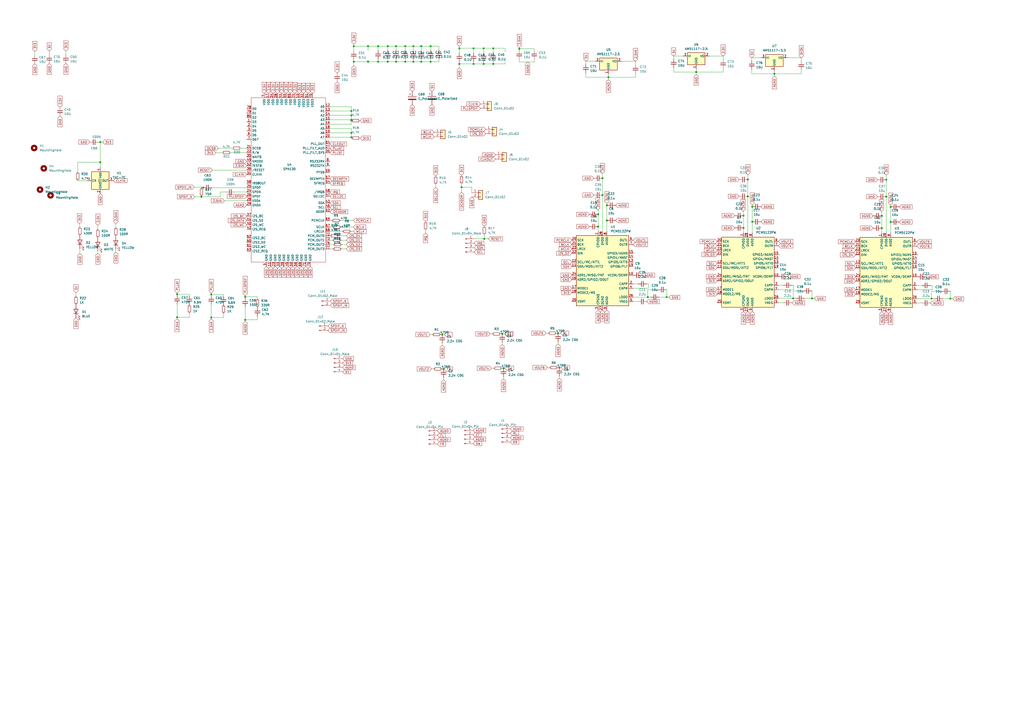
<source format=kicad_sch>
(kicad_sch (version 20230121) (generator eeschema)
  (paper "A2")
  (junction (at 116.84 114.173))
  (junction (at 386.715 172.339))
  (junction (at 324.485 213.233))
  (junction (at 352.044 119.126))
  (junction (at 274.701 28.067))
  (junction (at 235.077 35.814))
  (junction (at 352.044 127.889))
  (junction (at 511.556 125.222))
  (junction (at 224.917 26.797))
  (junction (at 256.54 194.056))
  (junction (at 431.292 125.095))
  (junction (at 239.776 26.797))
  (junction (at 142.24 185.547))
  (junction (at 122.555 170.815))
  (junction (at 267.716 108.585))
  (junction (at 229.743 26.797))
  (junction (at 235.077 26.797))
  (junction (at 205.232 26.797))
  (junction (at 460.121 173.101))
  (junction (at 266.446 28.067))
  (junction (at 301.244 28.321))
  (junction (at 203.835 77.089))
  (junction (at 102.743 170.688))
  (junction (at 431.292 132.207))
  (junction (at 433.832 104.14))
  (junction (at 213.487 35.814))
  (junction (at 266.446 37.084))
  (junction (at 286.131 37.084))
  (junction (at 244.348 35.814))
  (junction (at 349.504 103.378))
  (junction (at 291.338 193.675))
  (junction (at 122.555 184.15))
  (junction (at 274.701 37.084))
  (junction (at 205.232 35.814))
  (junction (at 352.933 44.831))
  (junction (at 286.131 28.067))
  (junction (at 203.835 79.629))
  (junction (at 516.636 128.778))
  (junction (at 219.329 26.797))
  (junction (at 58.166 82.423))
  (junction (at 224.917 35.814))
  (junction (at 244.348 26.797))
  (junction (at 323.723 193.294))
  (junction (at 540.385 173.228))
  (junction (at 511.556 132.334))
  (junction (at 249.809 35.814))
  (junction (at 471.043 173.101))
  (junction (at 346.964 124.333))
  (junction (at 514.096 114.046))
  (junction (at 280.543 28.067))
  (junction (at 203.835 64.389))
  (junction (at 280.924 138.557))
  (junction (at 433.832 113.919))
  (junction (at 292.1 213.614))
  (junction (at 257.302 213.995))
  (junction (at 349.504 113.157))
  (junction (at 551.307 173.228))
  (junction (at 102.743 184.023))
  (junction (at 58.166 94.107))
  (junction (at 346.964 131.445))
  (junction (at 280.543 37.084))
  (junction (at 229.743 35.814))
  (junction (at 516.636 120.015))
  (junction (at 436.372 128.651))
  (junction (at 436.372 119.888))
  (junction (at 403.86 41.783))
  (junction (at 514.096 104.267))
  (junction (at 203.835 69.469))
  (junction (at 203.835 66.929))
  (junction (at 117.856 108.839))
  (junction (at 203.835 69.977))
  (junction (at 449.199 42.799))
  (junction (at 213.487 26.797))
  (junction (at 142.24 172.212))
  (junction (at 219.329 35.814))
  (junction (at 239.776 35.814))
  (junction (at 375.793 172.339))
  (junction (at 249.809 26.797))
  (wire (pts (xy 292.862 193.675) (xy 291.338 193.675)))
  (wire (pts (xy 235.077 35.814) (xy 239.776 35.814)))
  (wire (pts (xy 142.24 185.547) (xy 142.24 186.436)))
  (wire (pts (xy 122.555 170.815) (xy 122.555 171.577)))
  (wire (pts (xy 511.302 122.682) (xy 511.556 122.682)))
  (wire (pts (xy 20.193 32.004) (xy 20.193 29.845)))
  (wire (pts (xy 205.232 26.797) (xy 205.232 29.464)))
  (wire (pts (xy 203.835 79.629) (xy 203.835 80.137)))
  (wire (pts (xy 257.683 213.995) (xy 257.302 213.995)))
  (wire (pts (xy 454.406 165.481) (xy 451.612 165.481)))
  (wire (pts (xy 109.855 171.577) (xy 109.855 170.688)))
  (wire (pts (xy 449.199 42.799) (xy 449.199 41.148)))
  (wire (pts (xy 235.077 34.29) (xy 235.077 35.814)))
  (wire (pts (xy 403.86 43.18) (xy 403.86 41.783)))
  (wire (pts (xy 239.776 29.337) (xy 239.776 26.797)))
  (wire (pts (xy 318.643 213.233) (xy 317.5 213.233)))
  (wire (pts (xy 274.701 35.814) (xy 274.701 37.084)))
  (wire (pts (xy 45.085 104.775) (xy 50.546 104.775)))
  (wire (pts (xy 309.88 28.321) (xy 301.244 28.321)))
  (wire (pts (xy 352.044 119.126) (xy 352.044 127.889)))
  (wire (pts (xy 286.131 28.067) (xy 280.543 28.067)))
  (wire (pts (xy 292.1 219.837) (xy 292.1 218.694)))
  (wire (pts (xy 511.556 132.334) (xy 511.556 135.128)))
  (wire (pts (xy 46.101 129.794) (xy 46.355 131.572)))
  (wire (pts (xy 149.352 183.515) (xy 149.225 185.547)))
  (wire (pts (xy 286.131 37.084) (xy 280.543 37.084)))
  (wire (pts (xy 191.389 66.929) (xy 203.835 66.929)))
  (wire (pts (xy 464.82 40.64) (xy 464.82 42.799)))
  (wire (pts (xy 540.385 173.228) (xy 531.876 173.228)))
  (wire (pts (xy 552.577 173.228) (xy 551.307 173.228)))
  (wire (pts (xy 346.964 131.445) (xy 346.964 134.239)))
  (wire (pts (xy 368.681 42.672) (xy 368.681 44.831)))
  (wire (pts (xy 246.888 133.604) (xy 246.888 135.255)))
  (wire (pts (xy 122.555 176.657) (xy 122.555 184.15)))
  (wire (pts (xy 149.352 172.212) (xy 142.24 172.212)))
  (wire (pts (xy 309.88 29.337) (xy 309.88 28.321)))
  (wire (pts (xy 309.88 34.417) (xy 309.88 35.941)))
  (wire (pts (xy 516.636 118.999) (xy 516.636 120.015)))
  (wire (pts (xy 192.913 131.699) (xy 191.389 131.699)))
  (wire (pts (xy 203.835 61.849) (xy 191.389 61.849)))
  (wire (pts (xy 142.24 178.054) (xy 142.24 185.547)))
  (wire (pts (xy 254.635 26.797) (xy 254.635 28.956)))
  (wire (pts (xy 390.779 32.512) (xy 396.24 32.512)))
  (wire (pts (xy 58.166 82.423) (xy 57.15 82.423)))
  (wire (pts (xy 102.743 170.688) (xy 102.743 171.45)))
  (wire (pts (xy 200.914 141.859) (xy 198.374 141.859)))
  (wire (pts (xy 256.54 194.056) (xy 255.778 194.056)))
  (wire (pts (xy 540.766 168.148) (xy 531.876 168.148)))
  (wire (pts (xy 191.389 79.629) (xy 203.835 79.629)))
  (wire (pts (xy 133.858 88.519) (xy 143.129 88.519)))
  (wire (pts (xy 213.487 35.814) (xy 205.232 35.814)))
  (wire (pts (xy 257.81 194.056) (xy 256.54 194.056)))
  (wire (pts (xy 291.338 199.898) (xy 291.338 198.755)))
  (wire (pts (xy 472.313 173.228) (xy 472.313 173.101)))
  (wire (pts (xy 204.978 127.889) (xy 197.485 127.889)))
  (wire (pts (xy 149.352 173.228) (xy 149.352 172.212)))
  (wire (pts (xy 192.913 139.319) (xy 191.389 139.319)))
  (wire (pts (xy 244.348 34.417) (xy 244.348 35.814)))
  (wire (pts (xy 122.936 108.839) (xy 143.129 108.839)))
  (wire (pts (xy 122.555 170.053) (xy 122.555 170.815)))
  (wire (pts (xy 292.989 37.084) (xy 286.131 37.084)))
  (wire (pts (xy 454.406 175.641) (xy 451.612 175.641)))
  (wire (pts (xy 224.917 26.797) (xy 229.743 26.797)))
  (wire (pts (xy 130.175 116.459) (xy 143.129 116.459)))
  (wire (pts (xy 224.917 34.29) (xy 224.917 35.814)))
  (wire (pts (xy 292.989 28.067) (xy 292.989 30.226)))
  (wire (pts (xy 370.078 164.719) (xy 367.284 164.719)))
  (wire (pts (xy 514.096 114.046) (xy 514.096 135.128)))
  (wire (pts (xy 352.933 46.228) (xy 352.933 44.831)))
  (wire (pts (xy 460.121 168.783) (xy 465.963 168.783)))
  (wire (pts (xy 126.619 85.979) (xy 134.747 85.979)))
  (wire (pts (xy 539.75 165.608) (xy 540.766 165.608)))
  (wire (pts (xy 123.19 98.679) (xy 143.129 98.679)))
  (wire (pts (xy 464.82 33.528) (xy 464.82 35.56)))
  (wire (pts (xy 191.389 74.549) (xy 203.835 74.549)))
  (wire (pts (xy 200.914 139.319) (xy 197.993 139.319)))
  (wire (pts (xy 339.852 35.56) (xy 345.313 35.56)))
  (wire (pts (xy 390.779 39.243) (xy 390.779 41.783)))
  (wire (pts (xy 301.244 28.321) (xy 301.244 29.337)))
  (wire (pts (xy 254.635 26.797) (xy 249.809 26.797)))
  (wire (pts (xy 292.862 213.614) (xy 292.1 213.614)))
  (wire (pts (xy 139.827 85.979) (xy 143.129 85.979)))
  (wire (pts (xy 323.723 199.517) (xy 323.723 198.374)))
  (wire (pts (xy 122.555 184.15) (xy 129.667 184.15)))
  (wire (pts (xy 352.044 118.11) (xy 352.044 119.126)))
  (wire (pts (xy 266.446 28.067) (xy 266.446 30.734)))
  (wire (pts (xy 273.685 108.585) (xy 267.716 108.585)))
  (wire (pts (xy 368.681 35.56) (xy 368.681 37.592)))
  (wire (pts (xy 387.985 172.466) (xy 387.985 172.339)))
  (wire (pts (xy 514.096 101.6) (xy 514.096 104.267)))
  (wire (pts (xy 433.832 113.919) (xy 433.832 135.001)))
  (wire (pts (xy 28.575 31.75) (xy 28.575 29.591)))
  (wire (pts (xy 229.743 34.29) (xy 229.743 35.814)))
  (wire (pts (xy 129.667 170.815) (xy 122.555 170.815)))
  (wire (pts (xy 461.645 173.101) (xy 460.121 173.101)))
  (wire (pts (xy 129.667 181.864) (xy 129.667 184.15)))
  (wire (pts (xy 339.852 37.211) (xy 339.852 35.56)))
  (wire (pts (xy 129.667 171.704) (xy 129.667 170.815)))
  (wire (pts (xy 59.563 82.423) (xy 58.166 82.423)))
  (wire (pts (xy 471.043 168.783) (xy 471.043 173.101)))
  (wire (pts (xy 204.978 134.239) (xy 203.708 134.239)))
  (wire (pts (xy 122.555 184.15) (xy 122.555 185.039)))
  (wire (pts (xy 250.698 194.056) (xy 249.555 194.056)))
  (wire (pts (xy 249.809 34.163) (xy 249.809 35.814)))
  (wire (pts (xy 280.543 30.607) (xy 280.543 28.067)))
  (wire (pts (xy 301.244 27.559) (xy 301.244 28.321)))
  (wire (pts (xy 266.446 28.067) (xy 274.701 28.067)))
  (wire (pts (xy 292.989 35.306) (xy 292.989 37.084)))
  (wire (pts (xy 436.118 42.799) (xy 449.199 42.799)))
  (wire (pts (xy 200.914 144.399) (xy 198.12 144.399)))
  (wire (pts (xy 431.292 125.095) (xy 431.292 132.207)))
  (wire (pts (xy 229.743 26.797) (xy 235.077 26.797)))
  (wire (pts (xy 45.085 94.107) (xy 58.166 94.107)))
  (wire (pts (xy 292.1 213.614) (xy 291.338 213.614)))
  (wire (pts (xy 203.835 69.469) (xy 203.835 69.977)))
  (wire (pts (xy 38.227 31.75) (xy 38.227 29.591)))
  (wire (pts (xy 203.835 61.849) (xy 203.835 64.389)))
  (wire (pts (xy 251.46 213.995) (xy 250.317 213.995)))
  (wire (pts (xy 552.577 173.355) (xy 552.577 173.228)))
  (wire (pts (xy 193.294 141.859) (xy 191.389 141.859)))
  (wire (pts (xy 460.502 168.021) (xy 451.612 168.021)))
  (wire (pts (xy 56.769 130.683) (xy 56.769 132.842)))
  (wire (pts (xy 267.716 106.807) (xy 267.716 108.585)))
  (wire (pts (xy 256.54 200.279) (xy 256.54 199.136)))
  (wire (pts (xy 280.543 37.084) (xy 274.701 37.084)))
  (wire (pts (xy 191.389 77.089) (xy 203.835 77.089)))
  (wire (pts (xy 267.716 108.585) (xy 267.716 111.506)))
  (wire (pts (xy 460.121 168.783) (xy 460.121 173.101)))
  (wire (pts (xy 274.701 30.734) (xy 274.701 28.067)))
  (wire (pts (xy 142.24 185.547) (xy 149.225 185.547)))
  (wire (pts (xy 325.501 213.233) (xy 324.485 213.233)))
  (wire (pts (xy 324.485 213.233) (xy 323.723 213.233)))
  (wire (pts (xy 377.317 172.339) (xy 375.793 172.339)))
  (wire (pts (xy 274.701 37.084) (xy 266.446 37.084)))
  (wire (pts (xy 203.835 74.549) (xy 203.835 77.089)))
  (wire (pts (xy 449.199 44.196) (xy 449.199 42.799)))
  (wire (pts (xy 257.302 213.995) (xy 256.54 213.995)))
  (wire (pts (xy 203.835 77.089) (xy 203.835 79.629)))
  (wire (pts (xy 301.244 34.417) (xy 301.244 35.941)))
  (wire (pts (xy 541.909 173.228) (xy 540.385 173.228)))
  (wire (pts (xy 203.835 66.929) (xy 203.835 69.469)))
  (wire (pts (xy 109.855 181.737) (xy 109.855 184.023)))
  (wire (pts (xy 419.481 32.512) (xy 419.481 34.544)))
  (wire (pts (xy 376.174 164.719) (xy 376.174 167.259)))
  (wire (pts (xy 191.389 64.389) (xy 203.835 64.389)))
  (wire (pts (xy 125.095 88.519) (xy 128.778 88.519)))
  (wire (pts (xy 419.481 39.624) (xy 419.481 41.783)))
  (wire (pts (xy 403.86 41.783) (xy 403.86 40.132)))
  (wire (pts (xy 273.685 111.76) (xy 273.685 108.585)))
  (wire (pts (xy 116.84 108.839) (xy 117.856 108.839)))
  (wire (pts (xy 142.24 171.45) (xy 142.24 172.212)))
  (wire (pts (xy 324.485 219.456) (xy 324.485 218.313)))
  (wire (pts (xy 142.24 172.212) (xy 142.24 172.974)))
  (wire (pts (xy 280.924 136.271) (xy 280.924 138.557)))
  (wire (pts (xy 200.914 136.779) (xy 196.469 136.779)))
  (wire (pts (xy 456.819 33.528) (xy 464.82 33.528)))
  (wire (pts (xy 516.636 128.778) (xy 516.636 135.128)))
  (wire (pts (xy 431.038 122.555) (xy 431.292 122.555)))
  (wire (pts (xy 127.762 111.379) (xy 127.762 114.173)))
  (wire (pts (xy 286.131 30.48) (xy 286.131 28.067)))
  (wire (pts (xy 229.743 29.21) (xy 229.743 26.797)))
  (wire (pts (xy 67.183 146.304) (xy 67.183 144.653)))
  (wire (pts (xy 540.766 165.608) (xy 540.766 168.148)))
  (wire (pts (xy 102.743 184.023) (xy 102.743 184.912)))
  (wire (pts (xy 285.496 193.675) (xy 284.353 193.675)))
  (wire (pts (xy 339.852 44.831) (xy 352.933 44.831)))
  (wire (pts (xy 275.082 138.557) (xy 280.924 138.557)))
  (wire (pts (xy 370.078 174.879) (xy 367.284 174.879)))
  (wire (pts (xy 436.372 128.651) (xy 436.372 135.001)))
  (wire (pts (xy 551.307 173.228) (xy 546.989 173.228)))
  (wire (pts (xy 352.933 44.831) (xy 352.933 43.18)))
  (wire (pts (xy 514.096 104.267) (xy 514.096 114.046)))
  (wire (pts (xy 436.118 35.179) (xy 436.118 33.528)))
  (wire (pts (xy 280.924 138.557) (xy 283.337 138.557)))
  (wire (pts (xy 149.352 178.435) (xy 149.352 178.308)))
  (wire (pts (xy 46.355 147.066) (xy 46.355 144.272)))
  (wire (pts (xy 252.73 107.061) (xy 252.73 108.712)))
  (wire (pts (xy 390.779 34.163) (xy 390.779 32.512)))
  (wire (pts (xy 224.917 35.814) (xy 229.743 35.814)))
  (wire (pts (xy 301.244 35.941) (xy 309.88 35.941)))
  (wire (pts (xy 376.174 167.259) (xy 367.284 167.259)))
  (wire (pts (xy 224.917 26.797) (xy 219.329 26.797)))
  (wire (pts (xy 459.486 165.481) (xy 460.502 165.481)))
  (wire (pts (xy 339.852 42.291) (xy 339.852 44.831)))
  (wire (pts (xy 205.232 35.814) (xy 205.232 34.544)))
  (wire (pts (xy 471.043 173.101) (xy 466.725 173.101)))
  (wire (pts (xy 102.743 184.023) (xy 109.855 184.023)))
  (wire (pts (xy 534.67 165.608) (xy 531.876 165.608)))
  (wire (pts (xy 472.313 173.101) (xy 471.043 173.101)))
  (wire (pts (xy 460.502 165.481) (xy 460.502 168.021)))
  (wire (pts (xy 109.855 170.688) (xy 102.743 170.688)))
  (wire (pts (xy 235.077 29.21) (xy 235.077 26.797)))
  (wire (pts (xy 433.832 104.14) (xy 433.832 113.919)))
  (wire (pts (xy 44.069 169.799) (xy 44.069 171.704)))
  (wire (pts (xy 239.776 35.814) (xy 244.348 35.814)))
  (wire (pts (xy 116.84 114.173) (xy 127.762 114.173)))
  (wire (pts (xy 254.635 34.036) (xy 254.635 35.814)))
  (wire (pts (xy 58.166 94.107) (xy 58.166 97.155)))
  (wire (pts (xy 368.681 44.831) (xy 352.933 44.831)))
  (wire (pts (xy 286.258 213.614) (xy 285.115 213.614)))
  (wire (pts (xy 192.405 127.889) (xy 191.389 127.889)))
  (wire (pts (xy 291.338 193.675) (xy 290.576 193.675)))
  (wire (pts (xy 213.487 26.797) (xy 219.329 26.797)))
  (wire (pts (xy 352.044 127.889) (xy 352.044 134.239)))
  (wire (pts (xy 325.12 193.294) (xy 323.723 193.294)))
  (wire (pts (xy 286.131 28.067) (xy 292.989 28.067)))
  (wire (pts (xy 67.183 129.794) (xy 67.183 131.953)))
  (wire (pts (xy 205.232 25.654) (xy 205.232 26.797)))
  (wire (pts (xy 45.085 99.695) (xy 45.085 94.107)))
  (wire (pts (xy 266.446 37.084) (xy 266.446 35.814)))
  (wire (pts (xy 436.118 33.528) (xy 441.579 33.528)))
  (wire (pts (xy 516.636 120.015) (xy 516.636 128.778)))
  (wire (pts (xy 244.348 26.797) (xy 249.809 26.797)))
  (wire (pts (xy 266.446 39.37) (xy 266.446 37.084)))
  (wire (pts (xy 102.743 169.926) (xy 102.743 170.688)))
  (wire (pts (xy 532.765 147.828) (xy 531.876 147.828)))
  (wire (pts (xy 346.71 121.793) (xy 346.964 121.793)))
  (wire (pts (xy 244.348 35.814) (xy 249.809 35.814)))
  (wire (pts (xy 436.372 119.888) (xy 436.372 128.651)))
  (wire (pts (xy 136.144 111.379) (xy 143.129 111.379)))
  (wire (pts (xy 239.776 26.797) (xy 235.077 26.797)))
  (wire (pts (xy 375.793 168.021) (xy 375.793 172.339)))
  (wire (pts (xy 551.307 168.91) (xy 551.307 173.228)))
  (wire (pts (xy 219.329 35.814) (xy 213.487 35.814)))
  (wire (pts (xy 360.553 35.56) (xy 368.681 35.56)))
  (wire (pts (xy 219.329 34.417) (xy 219.329 35.814)))
  (wire (pts (xy 193.04 144.399) (xy 191.389 144.399)))
  (wire (pts (xy 540.385 168.91) (xy 546.227 168.91)))
  (wire (pts (xy 191.389 69.469) (xy 203.835 69.469)))
  (wire (pts (xy 224.917 29.21) (xy 224.917 26.797)))
  (wire (pts (xy 58.166 82.423) (xy 58.166 94.107)))
  (wire (pts (xy 198.628 134.239) (xy 191.389 134.239)))
  (wire (pts (xy 244.348 29.337) (xy 244.348 26.797)))
  (wire (pts (xy 266.446 26.924) (xy 266.446 28.067)))
  (wire (pts (xy 239.776 26.797) (xy 244.348 26.797)))
  (wire (pts (xy 229.743 35.814) (xy 235.077 35.814)))
  (wire (pts (xy 280.543 35.687) (xy 280.543 37.084)))
  (wire (pts (xy 375.793 168.021) (xy 381.635 168.021)))
  (wire (pts (xy 203.835 64.389) (xy 203.835 66.929)))
  (wire (pts (xy 386.715 172.339) (xy 382.397 172.339)))
  (wire (pts (xy 203.835 72.009) (xy 191.389 72.009)))
  (wire (pts (xy 203.835 69.977) (xy 203.835 72.009)))
  (wire (pts (xy 431.292 132.207) (xy 431.292 135.001)))
  (wire (pts (xy 56.769 146.939) (xy 56.769 145.542)))
  (wire (pts (xy 257.302 220.218) (xy 257.302 219.075)))
  (wire (pts (xy 452.501 147.701) (xy 451.612 147.701)))
  (wire (pts (xy 349.504 100.711) (xy 349.504 103.378)))
  (wire (pts (xy 411.48 32.512) (xy 419.481 32.512)))
  (wire (pts (xy 511.556 125.222) (xy 511.556 132.334)))
  (wire (pts (xy 419.481 41.783) (xy 403.86 41.783)))
  (wire (pts (xy 349.504 103.378) (xy 349.504 113.157)))
  (wire (pts (xy 349.504 113.157) (xy 349.504 134.239)))
  (wire (pts (xy 460.121 173.101) (xy 451.612 173.101)))
  (wire (pts (xy 204.978 131.699) (xy 197.993 131.699)))
  (wire (pts (xy 274.701 28.067) (xy 280.543 28.067)))
  (wire (pts (xy 511.556 122.682) (xy 511.556 125.222)))
  (wire (pts (xy 386.715 168.021) (xy 386.715 172.339)))
  (wire (pts (xy 127.762 111.379) (xy 131.064 111.379)))
  (wire (pts (xy 436.372 118.872) (xy 436.372 119.888)))
  (wire (pts (xy 390.779 41.783) (xy 403.86 41.783)))
  (wire (pts (xy 224.917 35.814) (xy 219.329 35.814)))
  (wire (pts (xy 433.832 101.473) (xy 433.832 104.14)))
  (wire (pts (xy 117.856 108.839) (xy 117.856 108.585)))
  (wire (pts (xy 116.84 114.173) (xy 113.03 114.173)))
  (wire (pts (xy 254.635 35.814) (xy 249.809 35.814)))
  (wire (pts (xy 213.487 29.464) (xy 213.487 26.797)))
  (wire (pts (xy 540.385 168.91) (xy 540.385 173.228)))
  (wire (pts (xy 239.776 34.417) (xy 239.776 35.814)))
  (wire (pts (xy 387.985 172.339) (xy 386.715 172.339)))
  (wire (pts (xy 102.743 176.53) (xy 102.743 184.023)))
  (wire (pts (xy 205.232 26.797) (xy 213.487 26.797)))
  (wire (pts (xy 534.67 175.768) (xy 531.876 175.768)))
  (wire (pts (xy 375.158 164.719) (xy 376.174 164.719)))
  (wire (pts (xy 286.131 35.56) (xy 286.131 37.084)))
  (wire (pts (xy 431.292 122.555) (xy 431.292 125.095)))
  (wire (pts (xy 219.329 29.337) (xy 219.329 26.797)))
  (wire (pts (xy 317.881 193.294) (xy 316.738 193.294)))
  (wire (pts (xy 346.964 124.333) (xy 346.964 131.445)))
  (wire (pts (xy 388.112 172.466) (xy 387.985 172.466)))
  (wire (pts (xy 323.723 193.294) (xy 322.961 193.294)))
  (wire (pts (xy 346.964 121.793) (xy 346.964 124.333)))
  (wire (pts (xy 436.118 40.259) (xy 436.118 42.799)))
  (wire (pts (xy 112.649 108.585) (xy 117.856 108.585)))
  (wire (pts (xy 375.793 172.339) (xy 367.284 172.339)))
  (wire (pts (xy 249.809 26.797) (xy 249.809 29.083)))
  (wire (pts (xy 552.704 173.355) (xy 552.577 173.355)))
  (wire (pts (xy 368.173 146.939) (xy 367.284 146.939)))
  (wire (pts (xy 116.84 113.919) (xy 116.84 114.173)))
  (wire (pts (xy 464.82 42.799) (xy 449.199 42.799)))
  (wire (pts (xy 213.487 34.544) (xy 213.487 35.814)))
  (wire (pts (xy 205.232 38.1) (xy 205.232 35.814)))
  (wire (pts (xy 472.44 173.228) (xy 472.313 173.228)))
  (global_label "GND" (shape input) (at 44.069 184.404 270) (property "Intersheetrefs" "${INTERSHEET_REFS}" (effects hide)))
  (global_label "GND" (shape input) (at 496.316 168.148 180) (property "Intersheetrefs" "${INTERSHEET_REFS}" (effects hide)))
  (global_label "2.5VA" (shape input) (at 368.681 35.56 90) (property "Intersheetrefs" "${INTERSHEET_REFS}" (effects hide)))
  (global_label "GND" (shape input) (at 514.096 180.848 270) (property "Intersheetrefs" "${INTERSHEET_REFS}" (effects hide)))
  (global_label "2.5V" (shape input) (at 56.769 130.683 90) (property "Intersheetrefs" "${INTERSHEET_REFS}" (effects hide)))
  (global_label "2.5V" (shape input) (at 160.909 54.229 90) (property "Intersheetrefs" "${INTERSHEET_REFS}" (effects hide)))
  (global_label "PLLAF" (shape input) (at 102.743 169.926 90) (property "Intersheetrefs" "${INTERSHEET_REFS}" (effects hide)))
  (global_label "GND" (shape input) (at 46.355 147.066 270) (property "Intersheetrefs" "${INTERSHEET_REFS}" (effects hide)))
  (global_label "3V3A" (shape input) (at 431.038 122.555 90) (property "Intersheetrefs" "${INTERSHEET_REFS}" (effects hide)))
  (global_label "VOUT1" (shape input) (at 249.555 194.056 180) (property "Intersheetrefs" "${INTERSHEET_REFS}" (effects hide)))
  (global_label "GND" (shape input) (at 472.44 173.228 0) (property "Intersheetrefs" "${INTERSHEET_REFS}" (effects hide)))
  (global_label "I2S_D3" (shape input) (at 200.914 144.399 0) (property "Intersheetrefs" "${INTERSHEET_REFS}" (effects hide)))
  (global_label "SDA" (shape input) (at 496.316 155.448 180) (property "Intersheetrefs" "${INTERSHEET_REFS}" (effects hide)))
  (global_label "2.5V" (shape input) (at 205.232 25.654 90) (property "Intersheetrefs" "${INTERSHEET_REFS}" (effects hide)))
  (global_label "GND" (shape input) (at 167.259 154.559 270) (property "Intersheetrefs" "${INTERSHEET_REFS}" (effects hide)))
  (global_label "AGND" (shape input) (at 539.75 175.768 0) (property "Intersheetrefs" "${INTERSHEET_REFS}" (effects hide)))
  (global_label "AGND" (shape input) (at 357.124 119.126 0) (property "Intersheetrefs" "${INTERSHEET_REFS}" (effects hide)))
  (global_label "GND" (shape input) (at 58.166 112.395 270) (property "Intersheetrefs" "${INTERSHEET_REFS}" (effects hide)))
  (global_label "VOUT6" (shape input) (at 531.876 142.748 0) (property "Intersheetrefs" "${INTERSHEET_REFS}" (effects hide)))
  (global_label "GND" (shape input) (at 344.424 113.157 180) (property "Intersheetrefs" "${INTERSHEET_REFS}" (effects hide)))
  (global_label "2.5V" (shape input) (at 165.989 54.229 90) (property "Intersheetrefs" "${INTERSHEET_REFS}" (effects hide)))
  (global_label "3V3" (shape input) (at 181.229 54.229 90) (property "Intersheetrefs" "${INTERSHEET_REFS}" (effects hide)))
  (global_label "BCLK" (shape input) (at 251.841 76.708 180) (property "Intersheetrefs" "${INTERSHEET_REFS}" (effects hide)))
  (global_label "3V3" (shape input) (at 266.446 26.924 90) (property "Intersheetrefs" "${INTERSHEET_REFS}" (effects hide)))
  (global_label "GND" (shape input) (at 250.571 60.579 270) (property "Intersheetrefs" "${INTERSHEET_REFS}" (effects hide)))
  (global_label "3V3" (shape input) (at 208.915 80.137 0) (property "Intersheetrefs" "${INTERSHEET_REFS}" (effects hide)))
  (global_label "GND" (shape input) (at 428.752 113.919 180) (property "Intersheetrefs" "${INTERSHEET_REFS}" (effects hide)))
  (global_label "3V3" (shape input) (at 239.141 53.086 90) (property "Intersheetrefs" "${INTERSHEET_REFS}" (effects hide)))
  (global_label "GND" (shape input) (at 143.129 93.599 180) (property "Intersheetrefs" "${INTERSHEET_REFS}" (effects hide)))
  (global_label "AGND" (shape input) (at 306.07 35.941 270) (property "Intersheetrefs" "${INTERSHEET_REFS}" (effects hide)))
  (global_label "SELI2C" (shape input) (at 191.389 113.919 0) (property "Intersheetrefs" "${INTERSHEET_REFS}" (effects hide)))
  (global_label "3V3" (shape input) (at 176.149 54.229 90) (property "Intersheetrefs" "${INTERSHEET_REFS}" (effects hide)))
  (global_label "I2S_D2" (shape input) (at 200.914 141.859 0) (property "Intersheetrefs" "${INTERSHEET_REFS}" (effects hide)))
  (global_label "I2S_D4" (shape input) (at 200.914 136.779 0) (property "Intersheetrefs" "${INTERSHEET_REFS}" (effects hide)))
  (global_label "AGND" (shape input) (at 143.129 118.999 180) (property "Intersheetrefs" "${INTERSHEET_REFS}" (effects hide)))
  (global_label "CLKIN" (shape input) (at 65.786 104.775 0) (property "Intersheetrefs" "${INTERSHEET_REFS}" (effects hide)))
  (global_label "AGND" (shape input) (at 536.956 160.528 0) (property "Intersheetrefs" "${INTERSHEET_REFS}" (effects hide)))
  (global_label "AGND" (shape input) (at 274.447 254.762 0) (property "Intersheetrefs" "${INTERSHEET_REFS}" (effects hide)))
  (global_label "GND" (shape input) (at 388.112 172.466 0) (property "Intersheetrefs" "${INTERSHEET_REFS}" (effects hide)))
  (global_label "I2CADDR" (shape input) (at 267.716 111.506 270) (property "Intersheetrefs" "${INTERSHEET_REFS}" (effects hide)))
  (global_label "SPDIF_N" (shape input) (at 113.03 114.173 180) (property "Intersheetrefs" "${INTERSHEET_REFS}" (effects hide)))
  (global_label "3V3" (shape input) (at 198.755 210.566 0) (property "Intersheetrefs" "${INTERSHEET_REFS}" (effects hide)))
  (global_label "CLKIN" (shape input) (at 143.129 101.219 180) (property "Intersheetrefs" "${INTERSHEET_REFS}" (effects hide)))
  (global_label "VOUT5" (shape input) (at 531.876 140.208 0) (property "Intersheetrefs" "${INTERSHEET_REFS}" (effects hide)))
  (global_label "SELI2C" (shape input) (at 252.73 108.712 270) (property "Intersheetrefs" "${INTERSHEET_REFS}" (effects hide)))
  (global_label "GND" (shape input) (at 162.179 154.559 270) (property "Intersheetrefs" "${INTERSHEET_REFS}" (effects hide)))
  (global_label "3V3" (shape input) (at 38.227 29.591 90) (property "Intersheetrefs" "${INTERSHEET_REFS}" (effects hide)))
  (global_label "3V3A" (shape input) (at 346.71 121.793 90) (property "Intersheetrefs" "${INTERSHEET_REFS}" (effects hide)))
  (global_label "SW" (shape input) (at 274.447 257.302 0) (property "Intersheetrefs" "${INTERSHEET_REFS}" (effects hide)))
  (global_label "FR" (shape input) (at 257.683 213.995 0) (property "Intersheetrefs" "${INTERSHEET_REFS}" (effects hide)))
  (global_label "3V3A" (shape input) (at 352.044 118.11 90) (property "Intersheetrefs" "${INTERSHEET_REFS}" (effects hide)))
  (global_label "GND" (shape input) (at 416.052 160.401 180) (property "Intersheetrefs" "${INTERSHEET_REFS}" (effects hide)))
  (global_label "AGND" (shape input) (at 441.452 119.888 0) (property "Intersheetrefs" "${INTERSHEET_REFS}" (effects hide)))
  (global_label "VOUT5" (shape input) (at 316.738 193.294 180) (property "Intersheetrefs" "${INTERSHEET_REFS}" (effects hide)))
  (global_label "2.5VA" (shape input) (at 143.129 96.139 180) (property "Intersheetrefs" "${INTERSHEET_REFS}" (effects hide)))
  (global_label "PLLSPDIF" (shape input) (at 278.765 62.865 180) (property "Intersheetrefs" "${INTERSHEET_REFS}" (effects hide)))
  (global_label "5V" (shape input) (at 44.069 169.799 90) (property "Intersheetrefs" "${INTERSHEET_REFS}" (effects hide)))
  (global_label "WCLK" (shape input) (at 204.978 134.239 0) (property "Intersheetrefs" "${INTERSHEET_REFS}" (effects hide)))
  (global_label "AGND" (shape input) (at 375.158 174.879 0) (property "Intersheetrefs" "${INTERSHEET_REFS}" (effects hide)))
  (global_label "GND" (shape input) (at 157.099 154.559 270) (property "Intersheetrefs" "${INTERSHEET_REFS}" (effects hide)))
  (global_label "GND" (shape input) (at 552.704 173.355 0) (property "Intersheetrefs" "${INTERSHEET_REFS}" (effects hide)))
  (global_label "2.5V" (shape input) (at 163.449 54.229 90) (property "Intersheetrefs" "${INTERSHEET_REFS}" (effects hide)))
  (global_label "GND" (shape input) (at 331.724 159.639 180) (property "Intersheetrefs" "${INTERSHEET_REFS}" (effects hide)))
  (global_label "GND" (shape input) (at 344.424 103.378 180) (property "Intersheetrefs" "${INTERSHEET_REFS}" (effects hide)))
  (global_label "GND" (shape input) (at 154.559 154.559 270) (property "Intersheetrefs" "${INTERSHEET_REFS}" (effects hide)))
  (global_label "CLKOUT" (shape input) (at 191.389 83.439 0) (property "Intersheetrefs" "${INTERSHEET_REFS}" (effects hide)))
  (global_label "SCL" (shape input) (at 275.082 146.177 0) (property "Intersheetrefs" "${INTERSHEET_REFS}" (effects hide)))
  (global_label "AGND" (shape input) (at 323.723 199.517 270) (property "Intersheetrefs" "${INTERSHEET_REFS}" (effects hide)))
  (global_label "GND" (shape input) (at 280.924 131.191 90) (property "Intersheetrefs" "${INTERSHEET_REFS}" (effects hide)))
  (global_label "SDA" (shape input) (at 416.052 155.321 180) (property "Intersheetrefs" "${INTERSHEET_REFS}" (effects hide)))
  (global_label "GND" (shape input) (at 273.685 114.3 270) (property "Intersheetrefs" "${INTERSHEET_REFS}" (effects hide)))
  (global_label "AGND" (shape input) (at 426.212 132.207 180) (property "Intersheetrefs" "${INTERSHEET_REFS}" (effects hide)))
  (global_label "2.5V" (shape input) (at 158.369 54.229 90) (property "Intersheetrefs" "${INTERSHEET_REFS}" (effects hide)))
  (global_label "AGND" (shape input) (at 426.212 125.095 180) (property "Intersheetrefs" "${INTERSHEET_REFS}" (effects hide)))
  (global_label "AGND" (shape input) (at 441.452 128.651 0) (property "Intersheetrefs" "${INTERSHEET_REFS}" (effects hide)))
  (global_label "3V3A" (shape input) (at 464.82 33.528 90) (property "Intersheetrefs" "${INTERSHEET_REFS}" (effects hide)))
  (global_label "3V3A" (shape input) (at 516.636 118.999 90) (property "Intersheetrefs" "${INTERSHEET_REFS}" (effects hide)))
  (global_label "5V" (shape input) (at 250.571 52.959 90) (property "Intersheetrefs" "${INTERSHEET_REFS}" (effects hide)))
  (global_label "SCL" (shape input) (at 191.389 120.269 0) (property "Intersheetrefs" "${INTERSHEET_REFS}" (effects hide)))
  (global_label "GND" (shape input) (at 198.755 208.026 0) (property "Intersheetrefs" "${INTERSHEET_REFS}" (effects hide)))
  (global_label "2.5V" (shape input) (at 153.289 54.229 90) (property "Intersheetrefs" "${INTERSHEET_REFS}" (effects hide)))
  (global_label "SDA" (shape input) (at 275.082 143.637 0) (property "Intersheetrefs" "${INTERSHEET_REFS}" (effects hide)))
  (global_label "AGND" (shape input) (at 253.746 255.016 0) (property "Intersheetrefs" "${INTERSHEET_REFS}" (effects hide)))
  (global_label "AGND" (shape input) (at 291.338 199.898 270) (property "Intersheetrefs" "${INTERSHEET_REFS}" (effects hide)))
  (global_label "PLLSPDIF" (shape input) (at 143.129 113.919 180) (property "Intersheetrefs" "${INTERSHEET_REFS}" (effects hide)))
  (global_label "DEEMPTH" (shape input) (at 191.389 103.759 0) (property "Intersheetrefs" "${INTERSHEET_REFS}" (effects hide)))
  (global_label "GND" (shape input) (at 195.58 47.498 270) (property "Intersheetrefs" "${INTERSHEET_REFS}" (effects hide)))
  (global_label "GND" (shape input) (at 174.879 154.559 270) (property "Intersheetrefs" "${INTERSHEET_REFS}" (effects hide)))
  (global_label "2.5VA" (shape input) (at 301.244 27.559 90) (property "Intersheetrefs" "${INTERSHEET_REFS}" (effects hide)))
  (global_label "VOUT1" (shape input) (at 367.284 139.319 0) (property "Intersheetrefs" "${INTERSHEET_REFS}" (effects hide)))
  (global_label "AGND" (shape input) (at 287.401 89.789 180) (property "Intersheetrefs" "${INTERSHEET_REFS}" (effects hide)))
  (global_label "2.5V" (shape input) (at 171.069 54.229 90) (property "Intersheetrefs" "${INTERSHEET_REFS}" (effects hide)))
  (global_label "5V" (shape input) (at 339.852 35.56 90) (property "Intersheetrefs" "${INTERSHEET_REFS}" (effects hide)))
  (global_label "GND" (shape input) (at 28.575 36.83 270) (property "Intersheetrefs" "${INTERSHEET_REFS}" (effects hide)))
  (global_label "3V3" (shape input) (at 514.096 101.6 90) (property "Intersheetrefs" "${INTERSHEET_REFS}" (effects hide)))
  (global_label "2.5VA" (shape input) (at 67.183 129.794 90) (property "Intersheetrefs" "${INTERSHEET_REFS}" (effects hide)))
  (global_label "AGND" (shape input) (at 198.755 213.106 0) (property "Intersheetrefs" "${INTERSHEET_REFS}" (effects hide)))
  (global_label "5V" (shape input) (at 28.575 29.591 90) (property "Intersheetrefs" "${INTERSHEET_REFS}" (effects hide)))
  (global_label "PLLAF" (shape input) (at 191.389 85.979 0) (property "Intersheetrefs" "${INTERSHEET_REFS}" (effects hide)))
  (global_label "2.5V" (shape input) (at 34.798 62.23 90) (property "Intersheetrefs" "${INTERSHEET_REFS}" (effects hide)))
  (global_label "SCL" (shape input) (at 331.724 152.019 180) (property "Intersheetrefs" "${INTERSHEET_REFS}" (effects hide)))
  (global_label "RL" (shape input) (at 296.037 251.333 0) (property "Intersheetrefs" "${INTERSHEET_REFS}" (effects hide)))
  (global_label "GND" (shape input) (at 416.052 168.021 180) (property "Intersheetrefs" "${INTERSHEET_REFS}" (effects hide)))
  (global_label "CT" (shape input) (at 292.862 193.675 0) (property "Intersheetrefs" "${INTERSHEET_REFS}" (effects hide)))
  (global_label "AGND" (shape input) (at 372.364 159.639 0) (property "Intersheetrefs" "${INTERSHEET_REFS}" (effects hide)))
  (global_label "GND" (shape input) (at 34.798 67.31 270) (property "Intersheetrefs" "${INTERSHEET_REFS}" (effects hide)))
  (global_label "I2S_DATA" (shape input) (at 143.129 127.889 180) (property "Intersheetrefs" "${INTERSHEET_REFS}" (effects hide)))
  (global_label "GND" (shape input) (at 205.232 38.1 270) (property "Intersheetrefs" "${INTERSHEET_REFS}" (effects hide)))
  (global_label "AGND" (shape input) (at 506.476 132.334 180) (property "Intersheetrefs" "${INTERSHEET_REFS}" (effects hide)))
  (global_label "RR" (shape input) (at 296.037 256.413 0) (property "Intersheetrefs" "${INTERSHEET_REFS}" (effects hide)))
  (global_label "AGND" (shape input) (at 324.485 219.456 270) (property "Intersheetrefs" "${INTERSHEET_REFS}" (effects hide)))
  (global_label "AGND" (shape input) (at 274.447 249.682 0) (property "Intersheetrefs" "${INTERSHEET_REFS}" (effects hide)))
  (global_label "VOUT4" (shape input) (at 451.612 142.621 0) (property "Intersheetrefs" "${INTERSHEET_REFS}" (effects hide)))
  (global_label "AGND" (shape input) (at 142.24 186.436 270) (property "Intersheetrefs" "${INTERSHEET_REFS}" (effects hide)))
  (global_label "AGND" (shape input) (at 352.933 46.228 270) (property "Intersheetrefs" "${INTERSHEET_REFS}" (effects hide)))
  (global_label "GND" (shape input) (at 56.769 146.939 270) (property "Intersheetrefs" "${INTERSHEET_REFS}" (effects hide)))
  (global_label "5V" (shape input) (at 198.755 215.646 0) (property "Intersheetrefs" "${INTERSHEET_REFS}" (effects hide)))
  (global_label "3V3" (shape input) (at 433.832 101.473 90) (property "Intersheetrefs" "${INTERSHEET_REFS}" (effects hide)))
  (global_label "PCMCLK" (shape input) (at 204.978 127.889 0) (property "Intersheetrefs" "${INTERSHEET_REFS}" (effects hide)))
  (global_label "VOUT3" (shape input) (at 284.353 193.675 180) (property "Intersheetrefs" "${INTERSHEET_REFS}" (effects hide)))
  (global_label "AGND" (shape input) (at 436.372 180.721 270) (property "Intersheetrefs" "${INTERSHEET_REFS}" (effects hide)))
  (global_label "SDA" (shape input) (at 191.389 117.729 0) (property "Intersheetrefs" "${INTERSHEET_REFS}" (effects hide)))
  (global_label "IRQ" (shape input) (at 275.082 141.097 0) (property "Intersheetrefs" "${INTERSHEET_REFS}" (effects hide)))
  (global_label "SDA" (shape input) (at 331.724 154.559 180) (property "Intersheetrefs" "${INTERSHEET_REFS}" (effects hide)))
  (global_label "AGND" (shape input) (at 257.302 220.218 270) (property "Intersheetrefs" "${INTERSHEET_REFS}" (effects hide)))
  (global_label "I2S_BC" (shape input) (at 143.129 125.349 180) (property "Intersheetrefs" "${INTERSHEET_REFS}" (effects hide)))
  (global_label "AGND" (shape input) (at 511.556 180.848 270) (property "Intersheetrefs" "${INTERSHEET_REFS}" (effects hide)))
  (global_label "AGND" (shape input) (at 449.199 44.196 270) (property "Intersheetrefs" "${INTERSHEET_REFS}" (effects hide)))
  (global_label "3V3" (shape input) (at 59.563 82.423 0) (property "Intersheetrefs" "${INTERSHEET_REFS}" (effects hide)))
  (global_label "WCLK" (shape input) (at 331.724 144.399 180) (property "Intersheetrefs" "${INTERSHEET_REFS}" (effects hide)))
  (global_label "PCMCLK" (shape input) (at 416.052 140.081 180) (property "Intersheetrefs" "${INTERSHEET_REFS}" (effects hide)))
  (global_label "PLLSF" (shape input) (at 122.555 170.053 90) (property "Intersheetrefs" "${INTERSHEET_REFS}" (effects hide)))
  (global_label "AGND" (shape input) (at 296.037 248.793 0) (property "Intersheetrefs" "${INTERSHEET_REFS}" (effects hide)))
  (global_label "SPDIF_N" (shape input) (at 191.643 174.625 0) (property "Intersheetrefs" "${INTERSHEET_REFS}" (effects hide)))
  (global_label "3V3" (shape input) (at 416.052 170.561 180) (property "Intersheetrefs" "${INTERSHEET_REFS}" (effects hide)))
  (global_label "WCLK" (shape input) (at 251.841 79.248 180) (property "Intersheetrefs" "${INTERSHEET_REFS}" (effects hide)))
  (global_label "3V3" (shape input) (at 496.316 170.688 180) (property "Intersheetrefs" "${INTERSHEET_REFS}" (effects hide)))
  (global_label "GND" (shape input) (at 349.504 179.959 270) (property "Intersheetrefs" "${INTERSHEET_REFS}" (effects hide)))
  (global_label "3V3" (shape input) (at 178.689 54.229 90) (property "Intersheetrefs" "${INTERSHEET_REFS}" (effects hide)))
  (global_label "BCLK" (shape input) (at 331.724 141.859 180) (property "Intersheetrefs" "${INTERSHEET_REFS}" (effects hide)))
  (global_label "SPDIF_N" (shape input) (at 190.246 189.103 0) (property "Intersheetrefs" "${INTERSHEET_REFS}" (effects hide)))
  (global_label "VOUT2" (shape input) (at 250.317 213.995 180) (property "Intersheetrefs" "${INTERSHEET_REFS}" (effects hide)))
  (global_label "BCLK" (shape input) (at 204.978 131.699 0) (property "Intersheetrefs" "${INTERSHEET_REFS}" (effects hide)))
  (global_label "GND" (shape input) (at 177.419 154.559 270) (property "Intersheetrefs" "${INTERSHEET_REFS}" (effects hide)))
  (global_label "I2S_D2" (shape input) (at 331.724 146.939 180) (property "Intersheetrefs" "${INTERSHEET_REFS}" (effects hide)))
  (global_label "DCSB" (shape input) (at 126.619 85.979 180) (property "Intersheetrefs" "${INTERSHEET_REFS}" (effects hide)))
  (global_label "GND" (shape input) (at 331.724 162.179 180) (property "Intersheetrefs" "${INTERSHEET_REFS}" (effects hide)))
  (global_label "AGND" (shape input) (at 352.044 179.959 270) (property "Intersheetrefs" "${INTERSHEET_REFS}" (effects hide)))
  (global_label "2.5V" (shape input) (at 419.481 32.512 90) (property "Intersheetrefs" "${INTERSHEET_REFS}" (effects hide)))
  (global_label "AGND" (shape input) (at 256.54 200.279 270) (property "Intersheetrefs" "${INTERSHEET_REFS}" (effects hide)))
  (global_label "VOUT4" (shape input) (at 285.115 213.614 180) (property "Intersheetrefs" "${INTERSHEET_REFS}" (effects hide)))
  (global_label "IRQ" (shape input) (at 246.888 135.255 270) (property "Intersheetrefs" "${INTERSHEET_REFS}" (effects hide)))
  (global_label "CT" (shape input) (at 274.447 252.222 0) (property "Intersheetrefs" "${INTERSHEET_REFS}" (effects hide)))
  (global_label "BCLK" (shape input) (at 416.052 142.621 180) (property "Intersheetrefs" "${INTERSHEET_REFS}" (effects hide)))
  (global_label "GND" (shape input) (at 172.339 154.559 270) (property "Intersheetrefs" "${INTERSHEET_REFS}" (effects hide)))
  (global_label "BCLK" (shape input) (at 496.316 142.748 180) (property "Intersheetrefs" "${INTERSHEET_REFS}" (effects hide)))
  (global_label "3V3" (shape input) (at 252.73 101.981 90) (property "Intersheetrefs" "${INTERSHEET_REFS}" (effects hide)))
  (global_label "I2CADDR" (shape input) (at 191.389 122.809 0) (property "Intersheetrefs" "${INTERSHEET_REFS}" (effects hide)))
  (global_label "3V3" (shape input) (at 331.724 169.799 180) (property "Intersheetrefs" "${INTERSHEET_REFS}" (effects hide)))
  (global_label "SW" (shape input) (at 292.862 213.614 0) (property "Intersheetrefs" "${INTERSHEET_REFS}" (effects hide)))
  (global_label "GND" (shape input) (at 67.183 146.304 270) (property "Intersheetrefs" "${INTERSHEET_REFS}" (effects hide)))
  (global_label "PCMCLK" (shape input) (at 496.316 140.208 180) (property "Intersheetrefs" "${INTERSHEET_REFS}" (effects hide)))
  (global_label "GND" (shape input) (at 20.193 37.084 270) (property "Intersheetrefs" "${INTERSHEET_REFS}" (effects hide)))
  (global_label "SCL" (shape input) (at 496.316 152.908 180) (property "Intersheetrefs" "${INTERSHEET_REFS}" (effects hide)))
  (global_label "3V3" (shape input) (at 349.504 100.711 90) (property "Intersheetrefs" "${INTERSHEET_REFS}" (effects hide)))
  (global_label "AGND" (shape input) (at 346.964 179.959 270) (property "Intersheetrefs" "${INTERSHEET_REFS}" (effects hide)))
  (global_label "GND" (shape input) (at 403.86 43.18 270) (property "Intersheetrefs" "${INTERSHEET_REFS}" (effects hide)))
  (global_label "2.5VA" (shape input) (at 130.175 116.459 180) (property "Intersheetrefs" "${INTERSHEET_REFS}" (effects hide)))
  (global_label "VOUT6" (shape input) (at 317.5 213.233 180) (property "Intersheetrefs" "${INTERSHEET_REFS}" (effects hide)))
  (global_label "AGND" (shape input) (at 431.292 180.721 270) (property "Intersheetrefs" "${INTERSHEET_REFS}" (effects hide)))
  (global_label "AGND" (shape input) (at 341.884 124.333 180) (property "Intersheetrefs" "${INTERSHEET_REFS}" (effects hide)))
  (global_label "VOUT2" (shape input) (at 367.284 141.859 0) (property "Intersheetrefs" "${INTERSHEET_REFS}" (effects hide)))
  (global_label "AGND" (shape input) (at 506.476 125.222 180) (property "Intersheetrefs" "${INTERSHEET_REFS}" (effects hide)))
  (global_label "FR" (shape input) (at 253.746 257.556 0) (property "Intersheetrefs" "${INTERSHEET_REFS}" (effects hide)))
  (global_label "GND" (shape input) (at 169.799 154.559 270) (property "Intersheetrefs" "${INTERSHEET_REFS}" (effects hide)))
  (global_label "IRQ" (shape input) (at 191.389 111.379 0) (property "Intersheetrefs" "${INTERSHEET_REFS}" (effects hide)))
  (global_label "I2S_D3" (shape input) (at 416.052 147.701 180) (property "Intersheetrefs" "${INTERSHEET_REFS}" (effects hide)))
  (global_label "RR" (shape input) (at 325.501 213.233 0) (property "Intersheetrefs" "${INTERSHEET_REFS}" (effects hide)))
  (global_label "SPDIF_IN" (shape input) (at 191.643 177.165 0) (property "Intersheetrefs" "${INTERSHEET_REFS}" (effects hide)))
  (global_label "GND" (shape input) (at 496.316 163.068 180) (property "Intersheetrefs" "${INTERSHEET_REFS}" (effects hide)))
  (global_label "GND" (shape input) (at 433.832 180.721 270) (property "Intersheetrefs" "${INTERSHEET_REFS}" (effects hide)))
  (global_label "GND" (shape input) (at 509.016 114.046 180) (property "Intersheetrefs" "${INTERSHEET_REFS}" (effects hide)))
  (global_label "AGND" (shape input) (at 292.1 219.837 270) (property "Intersheetrefs" "${INTERSHEET_REFS}" (effects hide)))
  (global_label "3V3" (shape input) (at 496.316 160.528 180) (property "Intersheetrefs" "${INTERSHEET_REFS}" (effects hide)))
  (global_label "WCLK" (shape input) (at 496.316 145.288 180) (property "Intersheetrefs" "${INTERSHEET_REFS}" (effects hide)))
  (global_label "GND" (shape input) (at 239.141 60.706 270) (property "Intersheetrefs" "${INTERSHEET_REFS}" (effects hide)))
  (global_label "3V3" (shape input) (at 46.101 129.794 90) (property "Intersheetrefs" "${INTERSHEET_REFS}" (effects hide)))
  (global_label "PCMCLK" (shape input) (at 281.686 75.057 180) (property "Intersheetrefs" "${INTERSHEET_REFS}" (effects hide)))
  (global_label "3V3" (shape input) (at 246.888 128.524 90) (property "Intersheetrefs" "${INTERSHEET_REFS}" (effects hide)))
  (global_label "I2S_D1" (shape input) (at 200.914 139.319 0) (property "Intersheetrefs" "${INTERSHEET_REFS}" (effects hide)))
  (global_label "GND" (shape input) (at 38.227 36.83 270) (property "Intersheetrefs" "${INTERSHEET_REFS}" (effects hide)))
  (global_label "GND" (shape input) (at 159.639 154.559 270) (property "Intersheetrefs" "${INTERSHEET_REFS}" (effects hide)))
  (global_label "3V3A" (shape input) (at 511.302 122.682 90) (property "Intersheetrefs" "${INTERSHEET_REFS}" (effects hide)))
  (global_label "SCL" (shape input) (at 416.052 152.781 180) (property "Intersheetrefs" "${INTERSHEET_REFS}" (effects hide)))
  (global_label "2.5V" (shape input) (at 168.529 54.229 90) (property "Intersheetrefs" "${INTERSHEET_REFS}" (effects hide)))
  (global_label "I2S_D4" (shape input) (at 496.316 147.828 180) (property "Intersheetrefs" "${INTERSHEET_REFS}" (effects hide)))
  (global_label "AGND" (shape input) (at 521.716 128.778 0) (property "Intersheetrefs" "${INTERSHEET_REFS}" (effects hide)))
  (global_label "AGND" (shape input) (at 296.037 253.873 0) (property "Intersheetrefs" "${INTERSHEET_REFS}" (effects hide)))
  (global_label "CT" (shape input) (at 292.862 193.675 0) (property "Intersheetrefs" "${INTERSHEET_REFS}" (effects hide)))
  (global_label "RESET" (shape input) (at 283.337 138.557 0) (property "Intersheetrefs" "${INTERSHEET_REFS}" (effects hide)))
  (global_label "3V3" (shape input) (at 20.193 29.845 90) (property "Intersheetrefs" "${INTERSHEET_REFS}" (effects hide)))
  (global_label "2.5VA" (shape input) (at 102.743 184.912 270) (property "Intersheetrefs" "${INTERSHEET_REFS}" (effects hide)))
  (global_label "GND" (shape input) (at 179.959 154.559 270) (property "Intersheetrefs" "${INTERSHEET_REFS}" (effects hide)))
  (global_label "I2S_WC" (shape input) (at 143.129 130.429 180) (property "Intersheetrefs" "${INTERSHEET_REFS}" (effects hide)))
  (global_label "GND" (shape input) (at 208.915 69.977 0) (property "Intersheetrefs" "${INTERSHEET_REFS}" (effects hide)))
  (global_label "3V3" (shape input) (at 173.609 54.229 90) (property "Intersheetrefs" "${INTERSHEET_REFS}" (effects hide)))
  (global_label "5V" (shape input) (at 436.118 33.528 90) (property "Intersheetrefs" "${INTERSHEET_REFS}" (effects hide)))
  (global_label "2.5V" (shape input) (at 195.58 42.418 90) (property "Intersheetrefs" "${INTERSHEET_REFS}" (effects hide)))
  (global_label "2.5V" (shape input) (at 155.829 54.229 90) (property "Intersheetrefs" "${INTERSHEET_REFS}" (effects hide)))
  (global_label "GND" (shape input) (at 266.446 39.37 270) (property "Intersheetrefs" "${INTERSHEET_REFS}" (effects hide)))
  (global_label "3V3A" (shape input) (at 436.372 118.872 90) (property "Intersheetrefs" "${INTERSHEET_REFS}" (effects hide)))
  (global_label "PCMCLK" (shape input) (at 331.724 139.319 180) (property "Intersheetrefs" "${INTERSHEET_REFS}" (effects hide)))
  (global_label "SPDIF_IN" (shape input) (at 112.649 108.585 180) (property "Intersheetrefs" "${INTERSHEET_REFS}" (effects hide)))
  (global_label "PLLSPDIF" (shape input) (at 142.24 171.45 90) (property "Intersheetrefs" "${INTERSHEET_REFS}" (effects hide)))
  (global_label "GND" (shape input) (at 164.719 154.559 270) (property "Intersheetrefs" "${INTERSHEET_REFS}" (effects hide)))
  (global_label "AGND" (shape input) (at 516.636 180.848 270) (property "Intersheetrefs" "${INTERSHEET_REFS}" (effects hide)))
  (global_label "AGND" (shape input) (at 253.746 249.936 0) (property "Intersheetrefs" "${INTERSHEET_REFS}" (effects hide)))
  (global_label "PLLSF" (shape input) (at 191.389 88.519 0) (property "Intersheetrefs" "${INTERSHEET_REFS}" (effects hide)))
  (global_label "WCLK" (shape input) (at 416.052 145.161 180) (property "Intersheetrefs" "${INTERSHEET_REFS}" (effects hide)))
  (global_label "2.5VA" (shape input) (at 122.555 185.039 270) (property "Intersheetrefs" "${INTERSHEET_REFS}" (effects hide)))
  (global_label "AGND" (shape input) (at 459.486 175.641 0) (property "Intersheetrefs" "${INTERSHEET_REFS}" (effects hide)))
  (global_label "AGND" (shape input) (at 456.692 160.401 0) (property "Intersheetrefs" "${INTERSHEET_REFS}" (effects hide)))
  (global_label "GND" (shape input) (at 428.752 104.14 180) (property "Intersheetrefs" "${INTERSHEET_REFS}" (effects hide)))
  (global_label "FL" (shape input) (at 257.81 194.056 0) (property "Intersheetrefs" "${INTERSHEET_REFS}" (effects hide)))
  (global_label "GND" (shape input) (at 509.016 104.267 180) (property "Intersheetrefs" "${INTERSHEET_REFS}" (effects hide)))
  (global_label "AGND" (shape input) (at 357.124 127.889 0) (property "Intersheetrefs" "${INTERSHEET_REFS}" (effects hide)))
  (global_label "GND" (shape input) (at 52.07 82.423 180) (property "Intersheetrefs" "${INTERSHEET_REFS}" (effects hide)))
  (global_label "3V3" (shape input) (at 267.716 101.727 90) (property "Intersheetrefs" "${INTERSHEET_REFS}" (effects hide)))
  (global_label "CLKIN" (shape input) (at 278.765 60.325 180) (property "Intersheetrefs" "${INTERSHEET_REFS}" (effects hide)))
  (global_label "VOUT3" (shape input) (at 451.612 140.081 0) (property "Intersheetrefs" "${INTERSHEET_REFS}" (effects hide)))
  (global_label "I2S_D2" (shape input) (at 281.686 77.597 180) (property "Intersheetrefs" "${INTERSHEET_REFS}" (effects hide)))
  (global_label "3V3" (shape input) (at 125.095 88.519 180) (property "Intersheetrefs" "${INTERSHEET_REFS}" (effects hide)))
  (global_label "FL" (shape input) (at 253.746 252.476 0) (property "Intersheetrefs" "${INTERSHEET_REFS}" (effects hide)))
  (global_label "SFREQ" (shape input) (at 191.389 106.299 0) (property "Intersheetrefs" "${INTERSHEET_REFS}" (effects hide)))
  (global_label "AGND" (shape input) (at 521.716 120.015 0) (property "Intersheetrefs" "${INTERSHEET_REFS}" (effects hide)))
  (global_label "RESET" (shape input) (at 123.19 98.679 180) (property "Intersheetrefs" "${INTERSHEET_REFS}" (effects hide)))
  (global_label "5V" (shape input) (at 390.779 32.512 90) (property "Intersheetrefs" "${INTERSHEET_REFS}" (effects hide)))
  (global_label "CLKOUT" (shape input) (at 287.401 92.329 180) (property "Intersheetrefs" "${INTERSHEET_REFS}" (effects hide)))
  (global_label "RL" (shape input) (at 325.12 193.294 0) (property "Intersheetrefs" "${INTERSHEET_REFS}" (effects hide)))
  (global_label "GND" (shape input) (at 331.724 167.259 180) (property "Intersheetrefs" "${INTERSHEET_REFS}" (effects hide)))
  (global_label "AGND" (shape input) (at 341.884 131.445 180) (property "Intersheetrefs" "${INTERSHEET_REFS}" (effects hide)))
  (global_label "SPDIF_IN" (shape input) (at 190.246 191.643 0) (property "Intersheetrefs" "${INTERSHEET_REFS}" (effects hide)))
  (global_label "3V3" (shape input) (at 416.052 162.941 180) (property "Intersheetrefs" "${INTERSHEET_REFS}" (effects hide)))
  (symbol (lib_id "Device:C_Small") (at 419.481 37.084 0) (unit 1)
    (property "Reference" "C73" (at 421.894 35.8202 0) (effects (justify left)))
    (property "Value" "10U" (at 421.894 38.3602 0) (effects (justify left)))
    (property "Footprint" "Capacitor_SMD:C_1206_3216Metric_Pad1.33x1.80mm_HandSolder" (effects hide))
  )
  (symbol (lib_id "Device:C_Small") (at 205.232 32.004 0) (unit 1)
    (property "Reference" "C51" (at 207.899 30.7402 0) (effects (justify left)))
    (property "Value" "0.1U" (at 207.899 33.2802 0) (effects (justify left)))
    (property "Footprint" "Capacitor_SMD:C_0603_1608Metric_Pad1.08x0.95mm_HandSolder" (effects hide))
  )
  (symbol (lib_id "Device:C_Small") (at 34.798 64.77 0) (unit 1)
    (property "Reference" "C45" (at 37.211 63.5062 0) (effects (justify left)))
    (property "Value" "10U" (at 37.211 66.0462 0) (effects (justify left)))
    (property "Footprint" "Capacitor_SMD:C_1206_3216Metric_Pad1.33x1.80mm_HandSolder" (effects hide))
  )
  (symbol (lib_id "Connector:Conn_01x04_Male") (at 193.675 210.566 0) (unit 1)
    (property "Reference" "J10" (at 194.31 202.819 0))
    (property "Value" "Conn_01x04_Male" (at 194.31 205.359 0))
    (property "Footprint" "Connector_JST:JST_PH_B4B-PH-K_1x04_P2.00mm_Vertical" (effects hide))
  )
  (symbol (lib_id "Regulator_Linear:AMS1117-2.5") (at 403.86 32.512 0) (unit 1)
    (property "Reference" "U6" (at 403.86 25.781 0))
    (property "Value" "AMS1117-2.5" (at 403.86 28.321 0))
    (property "Footprint" "Package_TO_SOT_SMD:SOT-223" (effects hide))
    (property "Datasheet" "http://www.advanced-monolithic.com/pdf/ds1117.pdf" (effects hide))
  )
  (symbol (lib_id "Device:C_Small") (at 28.575 34.29 0) (unit 1)
    (property "Reference" "C70" (at 30.988 33.0262 0) (effects (justify left)))
    (property "Value" "10U" (at 30.988 35.5662 0) (effects (justify left)))
    (property "Footprint" "Capacitor_SMD:C_1206_3216Metric_Pad1.33x1.80mm_HandSolder" (effects hide))
  )
  (symbol (lib_id "Device:C_Small") (at 438.912 119.888 90) (unit 1)
    (property "Reference" "C23" (at 438.9183 113.157 90))
    (property "Value" "0.1u" (at 438.9183 115.697 90))
    (property "Footprint" "Capacitor_SMD:C_0805_2012Metric_Pad1.18x1.45mm_HandSolder" (effects hide))
  )
  (symbol (lib_id "Device:C_Small") (at 464.185 173.101 270) (unit 1)
    (property "Reference" "C38" (at 464.1786 166.37 90))
    (property "Value" "10u" (at 464.1786 168.91 90))
    (property "Footprint" "Capacitor_SMD:C_1206_3216Metric_Pad1.33x1.80mm_HandSolder" (effects hide))
  )
  (symbol (lib_id "Device:C_Small") (at 436.118 37.719 0) (unit 1)
    (property "Reference" "C76" (at 438.531 36.4552 0) (effects (justify left)))
    (property "Value" "10U" (at 438.531 38.9952 0) (effects (justify left)))
    (property "Footprint" "Capacitor_SMD:C_1206_3216Metric_Pad1.33x1.80mm_HandSolder" (effects hide))
  )
  (symbol (lib_id "Device:C_Small") (at 256.54 196.596 180) (unit 1)
    (property "Reference" "C1" (at 259.207 195.3196 0) (effects (justify right)))
    (property "Value" "2.2n C0G" (at 259.207 197.8596 0) (effects (justify right)))
    (property "Footprint" "Capacitor_SMD:C_1206_3216Metric_Pad1.33x1.80mm_HandSolder" (effects hide))
  )
  (symbol (lib_id "Device:C_Small") (at 249.809 31.623 0) (unit 1)
    (property "Reference" "C41" (at 252.476 30.3592 0) (effects (justify left)))
    (property "Value" "0.1U" (at 252.476 32.8992 0) (effects (justify left)))
    (property "Footprint" "Capacitor_SMD:C_0603_1608Metric_Pad1.08x0.95mm_HandSolder" (effects hide))
  )
  (symbol (lib_id "Connector:Conn_01x02_Male") (at 186.563 174.625 0) (unit 1)
    (property "Reference" "J11" (at 187.198 169.037 0))
    (property "Value" "Conn_01x02_Male" (at 187.198 171.577 0))
    (property "Footprint" "Connector_JST:JST_PH_B2B-PH-K_1x02_P2.00mm_Vertical" (effects hide))
  )
  (symbol (lib_id "Connector:Conn_01x02_Male") (at 185.166 189.103 0) (unit 1)
    (property "Reference" "J12" (at 185.801 183.896 0))
    (property "Value" "Conn_01x02_Male" (at 185.801 186.436 0))
    (property "Footprint" "Connector_PinHeader_2.54mm:PinHeader_1x02_P2.54mm_Vertical" (effects hide))
  )
  (symbol (lib_id "Device:R_Small") (at 288.036 193.675 90) (unit 1)
    (property "Reference" "R3" (at 288.036 190.881 90))
    (property "Value" "470R" (at 292.608 192.405 90))
    (property "Footprint" "Resistor_SMD:R_1206_3216Metric_Pad1.30x1.75mm_HandSolder" (effects hide))
  )
  (symbol (lib_id "Device:R_Small") (at 195.834 141.859 90) (unit 1)
    (property "Reference" "R12" (at 195.834 135.89 90))
    (property "Value" "47R" (at 195.834 138.43 90))
    (property "Footprint" "Resistor_SMD:R_0805_2012Metric_Pad1.20x1.40mm_HandSolder" (effects hide))
  )
  (symbol (lib_id "Device:C_Small") (at 519.176 128.778 90) (unit 1)
    (property "Reference" "C18" (at 519.1823 122.047 90))
    (property "Value" "10u" (at 519.1823 124.587 90))
    (property "Footprint" "Capacitor_SMD:C_1206_3216Metric_Pad1.33x1.80mm_HandSolder" (effects hide))
  )
  (symbol (lib_id "Device:C_Small") (at 309.88 31.877 0) (unit 1)
    (property "Reference" "C53" (at 312.547 30.6132 0) (effects (justify left)))
    (property "Value" "0.1U" (at 312.547 33.1532 0) (effects (justify left)))
    (property "Footprint" "Capacitor_SMD:C_0603_1608Metric_Pad1.08x0.95mm_HandSolder" (effects hide))
  )
  (symbol (lib_id "Device:C_Small") (at 544.449 173.228 270) (unit 1)
    (property "Reference" "C39" (at 544.4426 166.497 90))
    (property "Value" "10u" (at 544.4426 169.037 90))
    (property "Footprint" "Capacitor_SMD:C_1206_3216Metric_Pad1.33x1.80mm_HandSolder" (effects hide))
  )
  (symbol (lib_id "Audio:PCM5122PW") (at 433.832 157.861 0) (unit 1)
    (property "Reference" "U2" (at 438.5661 132.334 0) (effects (justify left)))
    (property "Value" "PCM5122PW" (at 438.5661 134.874 0) (effects (justify left)))
    (property "Footprint" "Package_SO:TSSOP-28_4.4x9.7mm_P0.65mm" (effects hide))
    (property "Datasheet" "http://www.ti.com/lit/ds/symlink/pcm5122.pdf" (effects hide))
  )
  (symbol (lib_id "Device:R_Small") (at 67.183 134.493 0) (unit 1)
    (property "Reference" "R28" (at 69.215 133.2229 0) (effects (justify left)))
    (property "Value" "100R" (at 69.215 135.7629 0) (effects (justify left)))
    (property "Footprint" "Resistor_SMD:R_0603_1608Metric_Pad0.98x0.95mm_HandSolder" (effects hide))
  )
  (symbol (lib_id "Device:C_Small") (at 244.348 31.877 0) (unit 1)
    (property "Reference" "C46" (at 247.015 30.6132 0) (effects (justify left)))
    (property "Value" "0.1U" (at 247.015 33.1532 0) (effects (justify left)))
    (property "Footprint" "Capacitor_SMD:C_0603_1608Metric_Pad1.08x0.95mm_HandSolder" (effects hide))
  )
  (symbol (lib_id "Device:C_Small") (at 280.543 33.147 0) (unit 1)
    (property "Reference" "C56" (at 283.21 31.8832 0) (effects (justify left)))
    (property "Value" "0.1U" (at 283.21 34.4232 0) (effects (justify left)))
    (property "Footprint" "Capacitor_SMD:C_0603_1608Metric_Pad1.08x0.95mm_HandSolder" (effects hide))
  )
  (symbol (lib_id "Regulator_Linear:AMS1117-2.5") (at 449.199 33.528 0) (unit 1)
    (property "Reference" "U7" (at 449.199 26.67 0))
    (property "Value" "AMS1117-3.3" (at 449.199 29.21 0))
    (property "Footprint" "Package_TO_SOT_SMD:SOT-223" (effects hide))
    (property "Datasheet" "http://www.advanced-monolithic.com/pdf/ds1117.pdf" (effects hide))
  )
  (symbol (lib_id "Connector_Generic:Conn_01x02") (at 278.765 111.76 0) (unit 1)
    (property "Reference" "J7" (at 281.432 111.7599 0) (effects (justify left)))
    (property "Value" "Conn_01x02" (at 281.432 114.2999 0) (effects (justify left)))
    (property "Footprint" "Connector_PinHeader_2.54mm:PinHeader_1x02_P2.54mm_Vertical" (effects hide))
  )
  (symbol (lib_id "Device:R_Small") (at 267.716 104.267 0) (unit 1)
    (property "Reference" "R14" (at 269.748 102.9969 0) (effects (justify left)))
    (property "Value" "4.7K" (at 269.748 105.5369 0) (effects (justify left)))
    (property "Footprint" "Resistor_SMD:R_0603_1608Metric_Pad0.98x0.95mm_HandSolder" (effects hide))
  )
  (symbol (lib_id "Device:R_Small") (at 195.58 144.399 90) (unit 1)
    (property "Reference" "R13" (at 195.58 138.43 90))
    (property "Value" "47R" (at 195.58 140.97 90))
    (property "Footprint" "Resistor_SMD:R_0805_2012Metric_Pad1.20x1.40mm_HandSolder" (effects hide))
  )
  (symbol (lib_id "Device:C_Small") (at 537.21 165.608 270) (unit 1)
    (property "Reference" "C27" (at 537.2036 158.877 90))
    (property "Value" "2.2u" (at 537.2036 161.417 90))
    (property "Footprint" "Capacitor_SMD:C_1206_3216Metric_Pad1.33x1.80mm_HandSolder" (effects hide))
  )
  (symbol (lib_id "Device:C_Small") (at 346.964 113.157 270) (unit 1)
    (property "Reference" "C35" (at 346.9576 107.188 90))
    (property "Value" "10u" (at 346.9576 109.728 90))
    (property "Footprint" "Capacitor_SMD:C_1206_3216Metric_Pad1.33x1.80mm_HandSolder" (effects hide))
  )
  (symbol (lib_id "Device:R_Small") (at 44.069 174.244 0) (unit 1)
    (property "Reference" "R22" (at 46.101 172.9739 0) (effects (justify left)))
    (property "Value" "1K" (at 46.101 175.5139 0) (effects (justify left)))
    (property "Footprint" "Resistor_SMD:R_0603_1608Metric_Pad0.98x0.95mm_HandSolder" (effects hide))
  )
  (symbol (lib_id "Audio:PCM5122PW") (at 514.096 157.988 0) (unit 1)
    (property "Reference" "U3" (at 518.8301 132.461 0) (effects (justify left)))
    (property "Value" "PCM5122PW" (at 518.8301 135.001 0) (effects (justify left)))
    (property "Footprint" "Package_SO:TSSOP-28_4.4x9.7mm_P0.65mm" (effects hide))
    (property "Datasheet" "http://www.ti.com/lit/ds/symlink/pcm5122.pdf" (effects hide))
  )
  (symbol (lib_id "Device:R_Small") (at 321.183 213.233 90) (unit 1)
    (property "Reference" "R6" (at 321.183 210.439 90))
    (property "Value" "470R" (at 325.755 211.963 90))
    (property "Footprint" "Resistor_SMD:R_1206_3216Metric_Pad1.30x1.75mm_HandSolder" (effects hide))
  )
  (symbol (lib_id "Device:C_Small") (at 286.131 33.02 0) (unit 1)
    (property "Reference" "C40" (at 288.798 31.7562 0) (effects (justify left)))
    (property "Value" "0.1U" (at 288.798 34.2962 0) (effects (justify left)))
    (property "Footprint" "Capacitor_SMD:C_0603_1608Metric_Pad1.08x0.95mm_HandSolder" (effects hide))
  )
  (symbol (lib_id "Device:C_Small") (at 257.302 216.535 180) (unit 1)
    (property "Reference" "C2" (at 259.969 215.2586 0) (effects (justify right)))
    (property "Value" "2.2n C0G" (at 259.969 217.7986 0) (effects (justify right)))
    (property "Footprint" "Capacitor_SMD:C_1206_3216Metric_Pad1.33x1.80mm_HandSolder" (effects hide))
  )
  (symbol (lib_id "Device:R_Small") (at 56.769 135.382 0) (unit 1)
    (property "Reference" "R24" (at 58.801 134.1119 0) (effects (justify left)))
    (property "Value" "100R" (at 58.801 136.6519 0) (effects (justify left)))
    (property "Footprint" "Resistor_SMD:R_0603_1608Metric_Pad0.98x0.95mm_HandSolder" (effects hide))
  )
  (symbol (lib_id "Audio:PCM5122PW") (at 349.504 157.099 0) (unit 1)
    (property "Reference" "U1" (at 354.2381 131.572 0) (effects (justify left)))
    (property "Value" "PCM5122PW" (at 354.2381 134.112 0) (effects (justify left)))
    (property "Footprint" "Package_SO:TSSOP-28_4.4x9.7mm_P0.65mm" (effects hide))
    (property "Datasheet" "http://www.ti.com/lit/ds/symlink/pcm5122.pdf" (effects hide))
  )
  (symbol (lib_id "Connector_Generic:Conn_01x02") (at 256.921 76.708 0) (unit 1)
    (property "Reference" "J5" (at 259.588 76.7079 0) (effects (justify left)))
    (property "Value" "Conn_01x02" (at 259.588 79.2479 0) (effects (justify left)))
    (property "Footprint" "Connector_PinHeader_2.54mm:PinHeader_1x02_P2.54mm_Vertical" (effects hide))
  )
  (symbol (lib_id "Device:LED") (at 44.069 180.594 90) (unit 1)
    (property "Reference" "D1" (at 47.498 180.9114 90) (effects (justify right)))
    (property "Value" "BLUE" (at 47.498 183.4514 90) (effects (justify right)))
    (property "Footprint" "LED_SMD:LED_0805_2012Metric_Pad1.15x1.40mm_HandSolder" (effects hide))
  )
  (symbol (lib_id "Connector_Generic:Conn_01x02") (at 286.766 75.057 0) (unit 1)
    (property "Reference" "J4" (at 289.433 75.0569 0) (effects (justify left)))
    (property "Value" "Conn_01x02" (at 289.433 77.5969 0) (effects (justify left)))
    (property "Footprint" "Connector_PinHeader_2.54mm:PinHeader_1x02_P2.54mm_Vertical" (effects hide))
  )
  (symbol (lib_id "Device:C_Small") (at 239.776 31.877 0) (unit 1)
    (property "Reference" "C54" (at 242.443 30.6132 0) (effects (justify left)))
    (property "Value" "0.1U" (at 242.443 33.1532 0) (effects (justify left)))
    (property "Footprint" "Capacitor_SMD:C_0603_1608Metric_Pad1.08x0.95mm_HandSolder" (effects hide))
  )
  (symbol (lib_id "Device:R_Small") (at 45.085 102.235 0) (unit 1)
    (property "Reference" "R30" (at 47.117 100.9649 0) (effects (justify left)))
    (property "Value" "4.7K" (at 47.117 103.5049 0) (effects (justify left)))
    (property "Footprint" "Resistor_SMD:R_0603_1608Metric_Pad0.98x0.95mm_HandSolder" (effects hide))
  )
  (symbol (lib_id "Device:C_Small") (at 229.743 31.75 0) (unit 1)
    (property "Reference" "C55" (at 232.41 30.4862 0) (effects (justify left)))
    (property "Value" "0.1U" (at 232.41 33.0262 0) (effects (justify left)))
    (property "Footprint" "Capacitor_SMD:C_0603_1608Metric_Pad1.08x0.95mm_HandSolder" (effects hide))
  )
  (symbol (lib_id "Device:R_Small") (at 194.945 127.889 90) (unit 1)
    (property "Reference" "R9" (at 194.945 125.095 90))
    (property "Value" "47R" (at 199.517 126.619 90))
    (property "Footprint" "Resistor_SMD:R_0805_2012Metric_Pad1.20x1.40mm_HandSolder" (effects hide))
  )
  (symbol (lib_id "Device:R_Small") (at 280.924 133.731 0) (unit 1)
    (property "Reference" "R17" (at 283.083 132.4609 0) (effects (justify left)))
    (property "Value" "4.7K" (at 283.083 135.0009 0) (effects (justify left)))
    (property "Footprint" "Resistor_SMD:R_0603_1608Metric_Pad0.98x0.95mm_HandSolder" (effects hide))
  )
  (symbol (lib_id "Device:C_Small") (at 54.61 82.423 270) (unit 1)
    (property "Reference" "C66" (at 52.705 85.979 90) (effects (justify left)))
    (property "Value" "100N" (at 53.34 79.375 90) (effects (justify left)))
    (property "Footprint" "Capacitor_SMD:C_0603_1608Metric_Pad1.08x0.95mm_HandSolder" (effects hide))
  )
  (symbol (lib_id "Audio:SPA130") (at 167.259 153.289 0) (unit 1)
    (property "Reference" "U4" (at 167.894 95.504 0))
    (property "Value" "SPA130" (at 167.894 98.044 0))
    (property "Footprint" "Package_QFP:LQFP-80_14x14mm_P0.65mm" (effects hide))
  )
  (symbol (lib_id "Device:C_Small") (at 431.292 113.919 270) (unit 1)
    (property "Reference" "C36" (at 431.2856 107.95 90))
    (property "Value" "10u" (at 431.2856 110.49 90))
    (property "Footprint" "Capacitor_SMD:C_1206_3216Metric_Pad1.33x1.80mm_HandSolder" (effects hide))
  )
  (symbol (lib_id "Mechanical:MountingHole") (at 25.4 97.663 0) (unit 1)
    (property "Reference" "H4" (at 28.448 96.3929 0) (effects (justify left)))
    (property "Value" "MountingHole" (at 28.448 98.9329 0) (effects (justify left)))
    (property "Footprint" "MountingHole:MountingHole_3.2mm_M3" (effects hide))
  )
  (symbol (lib_id "Device:C_Small") (at 464.82 38.1 0) (unit 1)
    (property "Reference" "C75" (at 467.233 36.8362 0) (effects (justify left)))
    (property "Value" "10U" (at 467.233 39.3762 0) (effects (justify left)))
    (property "Footprint" "Capacitor_SMD:C_1206_3216Metric_Pad1.33x1.80mm_HandSolder" (effects hide))
  )
  (symbol (lib_id "Device:C_Small") (at 511.556 114.046 270) (unit 1)
    (property "Reference" "C37" (at 511.5496 108.077 90))
    (property "Value" "10u" (at 511.5496 110.617 90))
    (property "Footprint" "Capacitor_SMD:C_1206_3216Metric_Pad1.33x1.80mm_HandSolder" (effects hide))
  )
  (symbol (lib_id "Device:C_Small") (at 109.855 174.117 0) (unit 1)
    (property "Reference" "C61" (at 112.268 172.8532 0) (effects (justify left)))
    (property "Value" "5.6N" (at 112.268 175.3932 0) (effects (justify left)))
    (property "Footprint" "Capacitor_SMD:C_0805_2012Metric_Pad1.18x1.45mm_HandSolder" (effects hide))
  )
  (symbol (lib_id "Device:R_Small") (at 201.168 134.239 90) (unit 1)
    (property "Reference" "R8" (at 201.168 128.27 90))
    (property "Value" "47R" (at 201.168 130.81 90))
    (property "Footprint" "Resistor_SMD:R_0805_2012Metric_Pad1.20x1.40mm_HandSolder" (effects hide))
  )
  (symbol (lib_id "Device:C_Small") (at 344.424 131.445 270) (unit 1)
    (property "Reference" "C16" (at 344.4176 125.476 90))
    (property "Value" "10u" (at 344.4176 128.016 90))
    (property "Footprint" "Capacitor_SMD:C_1206_3216Metric_Pad1.33x1.80mm_HandSolder" (effects hide))
  )
  (symbol (lib_id "Device:C_Small") (at 122.555 174.117 0) (unit 1)
    (property "Reference" "C60" (at 124.968 172.8532 0) (effects (justify left)))
    (property "Value" "470P" (at 124.968 175.3932 0) (effects (justify left)))
    (property "Footprint" "Capacitor_SMD:C_0805_2012Metric_Pad1.18x1.45mm_HandSolder" (effects hide))
  )
  (symbol (lib_id "Device:C_Small") (at 509.016 132.334 270) (unit 1)
    (property "Reference" "C12" (at 509.0096 126.365 90))
    (property "Value" "10u" (at 509.0096 128.905 90))
    (property "Footprint" "Capacitor_SMD:C_1206_3216Metric_Pad1.33x1.80mm_HandSolder" (effects hide))
  )
  (symbol (lib_id "Device:R_Small") (at 195.453 131.699 90) (unit 1)
    (property "Reference" "R7" (at 195.326 130.048 90))
    (property "Value" "47R" (at 199.898 131.445 90))
    (property "Footprint" "Resistor_SMD:R_0805_2012Metric_Pad1.20x1.40mm_HandSolder" (effects hide))
  )
  (symbol (lib_id "Device:C_Small") (at 354.584 119.126 90) (unit 1)
    (property "Reference" "C22" (at 354.5903 112.395 90))
    (property "Value" "0.1u" (at 354.5903 114.935 90))
    (property "Footprint" "Capacitor_SMD:C_0805_2012Metric_Pad1.18x1.45mm_HandSolder" (effects hide))
  )
  (symbol (lib_id "Device:C_Small") (at 468.503 168.783 90) (unit 1)
    (property "Reference" "C32" (at 468.5093 162.052 90))
    (property "Value" "0.1u" (at 468.5093 164.592 90))
    (property "Footprint" "Capacitor_SMD:C_0805_2012Metric_Pad1.18x1.45mm_HandSolder" (effects hide))
  )
  (symbol (lib_id "Device:C_Small") (at 291.338 196.215 180) (unit 1)
    (property "Reference" "C3" (at 294.005 194.9386 0) (effects (justify right)))
    (property "Value" "2.2n C0G" (at 294.005 197.4786 0) (effects (justify right)))
    (property "Footprint" "Capacitor_SMD:C_1206_3216Metric_Pad1.33x1.80mm_HandSolder" (effects hide))
  )
  (symbol (lib_id "Device:R_Small") (at 193.929 136.779 90) (unit 1)
    (property "Reference" "R10" (at 193.929 130.81 90))
    (property "Value" "47R" (at 193.929 133.35 90))
    (property "Footprint" "Resistor_SMD:R_0805_2012Metric_Pad1.20x1.40mm_HandSolder" (effects hide))
  )
  (symbol (lib_id "Device:C_Small") (at 235.077 31.75 0) (unit 1)
    (property "Reference" "C52" (at 237.744 30.4862 0) (effects (justify left)))
    (property "Value" "0.1U" (at 237.744 33.0262 0) (effects (justify left)))
    (property "Footprint" "Capacitor_SMD:C_0603_1608Metric_Pad1.08x0.95mm_HandSolder" (effects hide))
  )
  (symbol (lib_id "Device:C_Small") (at 379.857 172.339 270) (unit 1)
    (property "Reference" "C29" (at 379.8506 165.608 90))
    (property "Value" "10u" (at 379.8506 168.148 90))
    (property "Footprint" "Capacitor_SMD:C_1206_3216Metric_Pad1.33x1.80mm_HandSolder" (effects hide))
  )
  (symbol (lib_id "Oscillator:TXC-7C") (at 58.166 104.775 0) (unit 1)
    (property "Reference" "X1" (at 69.088 100.4443 0))
    (property "Value" "TXC-7C" (at 69.088 102.9843 0))
    (property "Footprint" "Oscillator:Oscillator_SMD_EuroQuartz_XO32-4Pin_3.2x2.5mm_HandSoldering" (effects hide))
    (property "Datasheet" "http://www.txccorp.com/download/products/osc/7C_o.pdf" (effects hide))
  )
  (symbol (lib_id "Device:C_Small") (at 548.767 168.91 90) (unit 1)
    (property "Reference" "C33" (at 548.7733 162.179 90))
    (property "Value" "0.1u" (at 548.7733 164.719 90))
    (property "Footprint" "Capacitor_SMD:C_0805_2012Metric_Pad1.18x1.45mm_HandSolder" (effects hide))
  )
  (symbol (lib_id "Device:C_Small") (at 102.743 173.99 0) (unit 1)
    (property "Reference" "C57" (at 105.156 172.7262 0) (effects (justify left)))
    (property "Value" "470P" (at 105.156 175.2662 0) (effects (justify left)))
    (property "Footprint" "Capacitor_SMD:C_0805_2012Metric_Pad1.18x1.45mm_HandSolder" (effects hide))
  )
  (symbol (lib_id "Connector:Conn_01x04_Pin") (at 290.957 251.333 0) (unit 1)
    (property "Reference" "J1" (at 291.592 243.967 0))
    (property "Value" "Conn_01x04_Pin" (at 291.592 246.507 0))
    (property "Footprint" "Connector_JST:JST_PH_B4B-PH-K_1x04_P2.00mm_Vertical" (effects hide))
  )
  (symbol (lib_id "Connector_Generic:Conn_01x02") (at 292.481 89.789 0) (unit 1)
    (property "Reference" "J6" (at 295.148 89.7889 0) (effects (justify left)))
    (property "Value" "Conn_01x02" (at 295.148 92.3289 0) (effects (justify left)))
    (property "Footprint" "Connector_PinHeader_2.54mm:PinHeader_1x02_P2.54mm_Vertical" (effects hide))
  )
  (symbol (lib_id "Device:C_Small") (at 20.193 34.544 0) (unit 1)
    (property "Reference" "C67" (at 22.606 33.2802 0) (effects (justify left)))
    (property "Value" "10U" (at 22.606 35.8202 0) (effects (justify left)))
    (property "Footprint" "Capacitor_SMD:C_1206_3216Metric_Pad1.33x1.80mm_HandSolder" (effects hide))
  )
  (symbol (lib_id "Device:C_Small") (at 120.396 108.839 90) (unit 1)
    (property "Reference" "C63" (at 120.4023 101.727 90))
    (property "Value" "100N" (at 120.4023 104.267 90))
    (property "Footprint" "Capacitor_SMD:C_0805_2012Metric_Pad1.18x1.45mm_HandSolder" (effects hide))
  )
  (symbol (lib_id "Device:C_Small") (at 266.446 33.274 0) (unit 1)
    (property "Reference" "C48" (at 269.113 32.0102 0) (effects (justify left)))
    (property "Value" "0.1U" (at 269.113 34.5502 0) (effects (justify left)))
    (property "Footprint" "Capacitor_SMD:C_0603_1608Metric_Pad1.08x0.95mm_HandSolder" (effects hide))
  )
  (symbol (lib_id "Device:C_Small") (at 133.604 111.379 90) (unit 1)
    (property "Reference" "C59" (at 133.6103 104.267 90))
    (property "Value" "100N" (at 133.6103 106.807 90))
    (property "Footprint" "Capacitor_SMD:C_0805_2012Metric_Pad1.18x1.45mm_HandSolder" (effects hide))
  )
  (symbol (lib_id "Device:C_Small") (at 519.176 120.015 90) (unit 1)
    (property "Reference" "C24" (at 519.1823 113.284 90))
    (property "Value" "0.1u" (at 519.1823 115.824 90))
    (property "Footprint" "Capacitor_SMD:C_0805_2012Metric_Pad1.18x1.45mm_HandSolder" (effects hide))
  )
  (symbol (lib_id "Device:R_Small") (at 137.287 85.979 90) (unit 1)
    (property "Reference" "R20" (at 137.414 88.265 90))
    (property "Value" "4.7K" (at 137.287 82.55 90))
    (property "Footprint" "Resistor_SMD:R_0603_1608Metric_Pad0.98x0.95mm_HandSolder" (effects hide))
  )
  (symbol (lib_id "Device:C_Small") (at 346.964 103.378 90) (unit 1)
    (property "Reference" "C30" (at 346.9703 96.647 90))
    (property "Value" "0.1u" (at 346.9703 99.187 90))
    (property "Footprint" "Capacitor_SMD:C_0805_2012Metric_Pad1.18x1.45mm_HandSolder" (effects hide))
  )
  (symbol (lib_id "Mechanical:MountingHole") (at 19.812 85.852 0) (unit 1)
    (property "Reference" "H1" (at 22.86 84.5819 0) (effects (justify left)))
    (property "Value" "MountingHole" (at 22.86 87.1219 0) (effects (justify left)))
    (property "Footprint" "MountingHole:MountingHole_3.2mm_M3" (effects hide))
  )
  (symbol (lib_id "Device:R_Small") (at 288.798 213.614 90) (unit 1)
    (property "Reference" "R4" (at 288.798 210.82 90))
    (property "Value" "470R" (at 293.37 212.344 90))
    (property "Footprint" "Resistor_SMD:R_1206_3216Metric_Pad1.30x1.75mm_HandSolder" (effects hide))
  )
  (symbol (lib_id "Connector:Conn_01x04_Pin") (at 248.666 252.476 0) (unit 1)
    (property "Reference" "J3" (at 249.301 245.11 0))
    (property "Value" "Conn_01x04_Pin" (at 249.301 247.65 0))
    (property "Footprint" "Connector_JST:JST_PH_B4B-PH-K_1x04_P2.00mm_Vertical" (effects hide))
  )
  (symbol (lib_id "Mechanical:MountingHole") (at 23.2254 110.0113 0) (unit 1)
    (property "Reference" "H2" (at 26.2734 108.7412 0) (effects (justify left)))
    (property "Value" "MountingHole" (at 26.2734 111.2812 0) (effects (justify left)))
    (property "Footprint" "MountingHole:MountingHole_3.2mm_M3" (effects hide))
  )
  (symbol (lib_id "Device:C_Small") (at 195.58 44.958 0) (unit 1)
    (property "Reference" "C44" (at 197.993 43.6942 0) (effects (justify left)))
    (property "Value" "10U" (at 197.993 46.2342 0) (effects (justify left)))
    (property "Footprint" "Capacitor_SMD:C_1206_3216Metric_Pad1.33x1.80mm_HandSolder" (effects hide))
  )
  (symbol (lib_id "Device:C_Small") (at 301.244 31.877 0) (unit 1)
    (property "Reference" "C65" (at 303.657 30.6132 0) (effects (justify left)))
    (property "Value" "10U" (at 303.657 33.1532 0) (effects (justify left)))
    (property "Footprint" "Capacitor_SMD:C_0805_2012Metric_Pad1.18x1.45mm_HandSolder" (effects hide))
  )
  (symbol (lib_id "Device:R_Small") (at 109.855 179.197 0) (unit 1)
    (property "Reference" "R25" (at 111.887 177.9269 0) (effects (justify left)))
    (property "Value" "1K" (at 111.887 180.4669 0) (effects (justify left)))
    (property "Footprint" "Resistor_SMD:R_0603_1608Metric_Pad0.98x0.95mm_HandSolder" (effects hide))
  )
  (symbol (lib_id "Device:C_Small") (at 224.917 31.75 0) (unit 1)
    (property "Reference" "C47" (at 227.584 30.4862 0) (effects (justify left)))
    (property "Value" "0.1U" (at 227.584 33.0262 0) (effects (justify left)))
    (property "Footprint" "Capacitor_SMD:C_0603_1608Metric_Pad1.08x0.95mm_HandSolder" (effects hide))
  )
  (symbol (lib_id "Device:C_Small") (at 428.752 125.095 90) (unit 1)
    (property "Reference" "C20" (at 428.7583 118.364 90))
    (property "Value" "0.1u" (at 428.7583 120.904 90))
    (property "Footprint" "Capacitor_SMD:C_0805_2012Metric_Pad1.18x1.45mm_HandSolder" (effects hide))
  )
  (symbol (lib_id "Device:R_Small") (at 246.888 131.064 0) (unit 1)
    (property "Reference" "R19" (at 248.92 129.7939 0) (effects (justify left)))
    (property "Value" "4.7K" (at 248.92 132.3339 0) (effects (justify left)))
    (property "Footprint" "Resistor_SMD:R_0603_1608Metric_Pad0.98x0.95mm_HandSolder" (effects hide))
  )
  (symbol (lib_id "Device:C_Polarized") (at 250.571 56.769 0) (unit 1)
    (property "Reference" "C68" (at 254 54.61 0) (effects (justify left)))
    (property "Value" "C_Polarized" (at 254 57.15 0) (effects (justify left)))
    (property "Footprint" "Capacitor_THT:CP_Radial_D6.3mm_P2.50mm" (effects hide))
  )
  (symbol (lib_id "Device:C_Small") (at 324.485 215.773 180) (unit 1)
    (property "Reference" "C6" (at 327.152 214.4966 0) (effects (justify right)))
    (property "Value" "2.2n C0G" (at 327.152 217.0366 0) (effects (justify right)))
    (property "Footprint" "Capacitor_SMD:C_1206_3216Metric_Pad1.33x1.80mm_HandSolder" (effects hide))
  )
  (symbol (lib_id "Connector_Generic:Conn_01x02") (at 283.845 60.325 0) (unit 1)
    (property "Reference" "J9" (at 286.512 60.3249 0) (effects (justify left)))
    (property "Value" "Conn_01x02" (at 286.512 62.8649 0) (effects (justify left)))
    (property "Footprint" "Connector_PinHeader_2.54mm:PinHeader_1x02_P2.54mm_Vertical" (effects hide))
  )
  (symbol (lib_id "Device:C_Polarized") (at 239.141 56.896 0) (unit 1)
    (property "Reference" "C69" (at 242.57 54.737 0) (effects (justify left)))
    (property "Value" "C_Polarized" (at 242.57 57.277 0) (effects (justify left)))
    (property "Footprint" "Capacitor_THT:CP_Radial_D6.3mm_P2.50mm" (effects hide))
  )
  (symbol (lib_id "Device:C_Small") (at 372.618 174.879 270) (unit 1)
    (property "Reference" "C11" (at 372.6116 168.148 90))
    (property "Value" "2.2u" (at 372.6116 170.688 90))
    (property "Footprint" "Capacitor_SMD:C_1206_3216Metric_Pad1.33x1.80mm_HandSolder" (effects hide))
  )
  (symbol (lib_id "Device:C_Small") (at 344.424 124.333 90) (unit 1)
    (property "Reference" "C19" (at 344.4303 117.602 90))
    (property "Value" "0.1u" (at 344.4303 120.142 90))
    (property "Footprint" "Capacitor_SMD:C_0805_2012Metric_Pad1.18x1.45mm_HandSolder" (effects hide))
  )
  (symbol (lib_id "Device:C_Small") (at 431.292 104.14 90) (unit 1)
    (property "Reference" "C31" (at 431.2983 97.409 90))
    (property "Value" "0.1u" (at 431.2983 99.949 90))
    (property "Footprint" "Capacitor_SMD:C_0805_2012Metric_Pad1.18x1.45mm_HandSolder" (effects hide))
  )
  (symbol (lib_id "Device:C_Small") (at 428.752 132.207 270) (unit 1)
    (property "Reference" "C7" (at 428.7456 126.238 90))
    (property "Value" "10u" (at 428.7456 128.778 90))
    (property "Footprint" "Capacitor_SMD:C_1206_3216Metric_Pad1.33x1.80mm_HandSolder" (effects hide))
  )
  (symbol (lib_id "Device:R_Small") (at 131.318 88.519 90) (unit 1)
    (property "Reference" "R21" (at 131.445 90.805 90))
    (property "Value" "4.7K" (at 131.318 85.09 90))
    (property "Footprint" "Resistor_SMD:R_0603_1608Metric_Pad0.98x0.95mm_HandSolder" (effects hide))
  )
  (symbol (lib_id "Device:C_Small") (at 456.946 175.641 270) (unit 1)
    (property "Reference" "C10" (at 456.9396 168.91 90))
    (property "Value" "2.2u" (at 456.9396 171.45 90))
    (property "Footprint" "Capacitor_SMD:C_1206_3216Metric_Pad1.33x1.80mm_HandSolder" (effects hide))
  )
  (symbol (lib_id "Device:R_Small") (at 206.375 80.137 90) (unit 1)
    (property "Reference" "R18" (at 206.375 74.168 90))
    (property "Value" "4.7K" (at 206.375 76.708 90))
    (property "Footprint" "Resistor_SMD:R_0603_1608Metric_Pad0.98x0.95mm_HandSolder" (effects hide))
  )
  (symbol (lib_id "Mechanical:MountingHole") (at 29.3214 113.3133 0) (unit 1)
    (property "Reference" "H3" (at 32.3694 112.0432 0) (effects (justify left)))
    (property "Value" "MountingHole" (at 32.3694 114.5832 0) (effects (justify left)))
    (property "Footprint" "MountingHole:MountingHole_3.2mm_M3" (effects hide))
  )
  (symbol (lib_id "Connector:Conn_01x04_Male") (at 270.002 141.097 0) (unit 1)
    (property "Reference" "J8" (at 270.637 132.842 0))
    (property "Value" "Conn_01x04_Male" (at 270.637 135.382 0))
    (property "Footprint" "Connector_JST:JST_PH_B4B-PH-K_1x04_P2.00mm_Vertical" (effects hide))
  )
  (symbol (lib_id "Device:R_Small") (at 129.667 179.324 0) (unit 1)
    (property "Reference" "R29" (at 131.699 178.0539 0) (effects (justify left)))
    (property "Value" "1K" (at 131.699 180.5939 0) (effects (justify left)))
    (property "Footprint" "Resistor_SMD:R_0603_1608Metric_Pad0.98x0.95mm_HandSolder" (effects hide))
  )
  (symbol (lib_id "Device:C_Small") (at 384.175 168.021 90) (unit 1)
    (property "Reference" "C28" (at 384.1813 161.29 90))
    (property "Value" "0.1u" (at 384.1813 163.83 90))
    (property "Footprint" "Capacitor_SMD:C_0805_2012Metric_Pad1.18x1.45mm_HandSolder" (effects hide))
  )
  (symbol (lib_id "Device:C_Small") (at 509.016 125.222 90) (unit 1)
    (property "Reference" "C21" (at 509.0223 118.491 90))
    (property "Value" "0.1u" (at 509.0223 121.031 90))
    (property "Footprint" "Capacitor_SMD:C_0805_2012Metric_Pad1.18x1.45mm_HandSolder" (effects hide))
  )
  (symbol (lib_id "Device:C_Small") (at 129.667 174.244 0) (unit 1)
    (property "Reference" "C64" (at 132.08 172.9802 0) (effects (justify left)))
    (property "Value" "5.6N" (at 132.08 175.5202 0) (effects (justify left)))
    (property "Footprint" "Capacitor_SMD:C_0805_2012Metric_Pad1.18x1.45mm_HandSolder" (effects hide))
  )
  (symbol (lib_id "Device:C_Small") (at 456.946 165.481 270) (unit 1)
    (property "Reference" "C26" (at 456.9396 158.75 90))
    (property "Value" "2.2u" (at 456.9396 161.29 90))
    (property "Footprint" "Capacitor_SMD:C_1206_3216Metric_Pad1.33x1.80mm_HandSolder" (effects hide))
  )
  (symbol (lib_id "Device:R_Small") (at 116.84 111.379 0) (unit 1)
    (property "Reference" "R27" (at 118.872 110.1089 0) (effects (justify left)))
    (property "Value" "75R" (at 118.872 112.6489 0) (effects (justify left)))
    (property "Footprint" "Resistor_SMD:R_0603_1608Metric_Pad0.98x0.95mm_HandSolder" (effects hide))
  )
  (symbol (lib_id "Regulator_Linear:AMS1117-2.5") (at 352.933 35.56 0) (unit 1)
    (property "Reference" "U5" (at 352.933 28.829 0))
    (property "Value" "AMS1117-2.5" (at 352.933 31.369 0))
    (property "Footprint" "Package_TO_SOT_SMD:SOT-223" (effects hide))
    (property "Datasheet" "http://www.advanced-monolithic.com/pdf/ds1117.pdf" (effects hide))
  )
  (symbol (lib_id "Device:C_Small") (at 369.824 159.639 270) (unit 1)
    (property "Reference" "C9" (at 369.8176 152.908 90))
    (property "Value" "10u" (at 369.8176 155.448 90))
    (property "Footprint" "Capacitor_SMD:C_1206_3216Metric_Pad1.33x1.80mm_HandSolder" (effects hide))
  )
  (symbol (lib_id "Device:LED") (at 67.183 140.843 90) (unit 1)
    (property "Reference" "D4" (at 70.612 141.1604 90) (effects (justify right)))
    (property "Value" "YELLOW" (at 70.612 143.7004 90) (effects (justify right)))
    (property "Footprint" "LED_SMD:LED_0805_2012Metric_Pad1.15x1.40mm_HandSolder" (effects hide))
  )
  (symbol (lib_id "Device:R_Small") (at 252.73 104.521 0) (unit 1)
    (property "Reference" "R15" (at 254.762 103.2509 0) (effects (justify left)))
    (property "Value" "4.7K" (at 254.762 105.7909 0) (effects (justify left)))
    (property "Footprint" "Resistor_SMD:R_0603_1608Metric_Pad0.98x0.95mm_HandSolder" (effects hide))
  )
  (symbol (lib_id "Device:C_Small") (at 454.152 160.401 270) (unit 1)
    (property "Reference" "C14" (at 454.1456 153.67 90))
    (property "Value" "10u" (at 454.1456 156.21 90))
    (property "Footprint" "Capacitor_SMD:C_1206_3216Metric_Pad1.33x1.80mm_HandSolder" (effects hide))
  )
  (symbol (lib_id "Device:C_Small") (at 254.635 31.496 0) (unit 1)
    (property "Reference" "C42" (at 257.302 30.2322 0) (effects (justify left)))
    (property "Value" "0.1U" (at 257.302 32.7722 0) (effects (justify left)))
    (property "Footprint" "Capacitor_SMD:C_0603_1608Metric_Pad1.08x0.95mm_HandSolder" (effects hide))
  )
  (symbol (lib_id "Device:C_Small") (at 534.416 160.528 270) (unit 1)
    (property "Reference" "C15" (at 534.4096 153.797 90))
    (property "Value" "10u" (at 534.4096 156.337 90))
    (property "Footprint" "Capacitor_SMD:C_1206_3216Metric_Pad1.33x1.80mm_HandSolder" (effects hide))
  )
  (symbol (lib_id "Device:R_Small") (at 206.375 69.977 90) (unit 1)
    (property "Reference" "R16" (at 206.375 64.008 90))
    (property "Value" "4.7K" (at 206.375 66.548 90))
    (property "Footprint" "Resistor_SMD:R_0603_1608Metric_Pad0.98x0.95mm_HandSolder" (effects hide))
  )
  (symbol (lib_id "Device:C_Small") (at 511.556 104.267 90) (unit 1)
    (property "Reference" "C34" (at 511.5623 97.536 90))
    (property "Value" "0.1u" (at 511.5623 100.076 90))
    (property "Footprint" "Capacitor_SMD:C_0805_2012Metric_Pad1.18x1.45mm_HandSolder" (effects hide))
  )
  (symbol (lib_id "Device:C_Small") (at 372.618 164.719 270) (unit 1)
    (property "Reference" "C25" (at 372.6116 157.988 90))
    (property "Value" "2.2u" (at 372.6116 160.528 90))
    (property "Footprint" "Capacitor_SMD:C_1206_3216Metric_Pad1.33x1.80mm_HandSolder" (effects hide))
  )
  (symbol (lib_id "Connector:Conn_01x04_Pin") (at 269.367 252.222 0) (unit 1)
    (property "Reference" "J2" (at 270.002 244.856 0))
    (property "Value" "Conn_01x04_Pin" (at 270.002 247.396 0))
    (property "Footprint" "Connector_JST:JST_PH_B4B-PH-K_1x04_P2.00mm_Vertical" (effects hide))
  )
  (symbol (lib_id "Device:C_Small") (at 339.852 39.751 0) (unit 1)
    (property "Reference" "C71" (at 342.265 38.4872 0) (effects (justify left)))
    (property "Value" "10U" (at 342.265 41.0272 0) (effects (justify left)))
    (property "Footprint" "Capacitor_SMD:C_1206_3216Metric_Pad1.33x1.80mm_HandSolder" (effects hide))
  )
  (symbol (lib_id "Device:C_Small") (at 142.24 175.514 0) (unit 1)
    (property "Reference" "C58" (at 144.653 174.2502 0) (effects (justify left)))
    (property "Value" "150P" (at 144.653 176.7902 0) (effects (justify left)))
    (property "Footprint" "Capacitor_SMD:C_0805_2012Metric_Pad1.18x1.45mm_HandSolder" (effects hide))
  )
  (symbol (lib_id "Device:C_Small") (at 537.21 175.768 270) (unit 1)
    (property "Reference" "C13" (at 537.2036 169.037 90))
    (property "Value" "2.2u" (at 537.2036 171.577 90))
    (property "Footprint" "Capacitor_SMD:C_1206_3216Metric_Pad1.33x1.80mm_HandSolder" (effects hide))
  )
  (symbol (lib_id "Device:LED") (at 46.355 140.462 90) (unit 1)
    (property "Reference" "D2" (at 49.784 140.7794 90) (effects (justify right)))
    (property "Value" "YELLOW" (at 49.784 143.3194 90) (effects (justify right)))
    (property "Footprint" "LED_SMD:LED_0805_2012Metric_Pad1.15x1.40mm_HandSolder" (effects hide))
  )
  (symbol (lib_id "Device:C_Small") (at 438.912 128.651 90) (unit 1)
    (property "Reference" "C17" (at 438.9183 121.92 90))
    (property "Value" "10u" (at 438.9183 124.46 90))
    (property "Footprint" "Capacitor_SMD:C_1206_3216Metric_Pad1.33x1.80mm_HandSolder" (effects hide))
  )
  (symbol (lib_id "Device:R_Small") (at 320.421 193.294 90) (unit 1)
    (property "Reference" "R5" (at 320.421 190.5 90))
    (property "Value" "470R" (at 324.993 192.024 90))
    (property "Footprint" "Resistor_SMD:R_1206_3216Metric_Pad1.30x1.75mm_HandSolder" (effects hide))
  )
  (symbol (lib_id "Device:C_Small") (at 38.227 34.29 0) (unit 1)
    (property "Reference" "C50" (at 40.64 33.0262 0) (effects (justify left)))
    (property "Value" "10U" (at 40.64 35.5662 0) (effects (justify left)))
    (property "Footprint" "Capacitor_SMD:C_1206_3216Metric_Pad1.33x1.80mm_HandSolder" (effects hide))
  )
  (symbol (lib_id "Device:LED") (at 56.769 141.732 90) (unit 1)
    (property "Reference" "D3" (at 60.198 142.0494 90) (effects (justify right)))
    (property "Value" "WHITE" (at 60.198 144.5894 90) (effects (justify right)))
    (property "Footprint" "LED_SMD:LED_0805_2012Metric_Pad1.15x1.40mm_HandSolder" (effects hide))
  )
  (symbol (lib_id "Device:C_Small") (at 292.1 216.154 180) (unit 1)
    (property "Reference" "C4" (at 294.767 214.8776 0) (effects (justify right)))
    (property "Value" "2.2n C0G" (at 294.767 217.4176 0) (effects (justify right)))
    (property "Footprint" "Capacitor_SMD:C_1206_3216Metric_Pad1.33x1.80mm_HandSolder" (effects hide))
  )
  (symbol (lib_id "Device:C_Small") (at 219.329 31.877 0) (unit 1)
    (property "Reference" "C43" (at 221.996 30.6132 0) (effects (justify left)))
    (property "Value" "0.1U" (at 221.996 33.1532 0) (effects (justify left)))
    (property "Footprint" "Capacitor_SMD:C_0603_1608Metric_Pad1.08x0.95mm_HandSolder" (effects hide))
  )
  (symbol (lib_id "Device:C_Small") (at 274.701 33.274 0) (unit 1)
    (property "Reference" "C49" (at 277.368 32.0102 0) (effects (justify left)))
    (property "Value" "0.1U" (at 277.368 34.5502 0) (effects (justify left)))
    (property "Footprint" "Capacitor_SMD:C_0603_1608Metric_Pad1.08x0.95mm_HandSolder" (effects hide))
  )
  (symbol (lib_id "Device:C_Small") (at 323.723 195.834 180) (unit 1)
    (property "Reference" "C5" (at 326.39 194.5576 0) (effects (justify right)))
    (property "Value" "2.2n C0G" (at 326.39 197.0976 0) (effects (justify right)))
    (property "Footprint" "Capacitor_SMD:C_1206_3216Metric_Pad1.33x1.80mm_HandSolder" (effects hide))
  )
  (symbol (lib_id "Device:R_Small") (at 149.352 175.768 0) (unit 1)
    (property "Reference" "R26" (at 151.384 174.4979 0) (effects (justify left)))
    (property "Value" "330R" (at 151.384 177.0379 0) (effects (justify left)))
    (property "Footprint" "Resistor_SMD:R_0603_1608Metric_Pad0.98x0.95mm_HandSolder" (effects hide))
  )
  (symbol (lib_id "Device:C_Small") (at 354.584 127.889 90) (unit 1)
    (property "Reference" "C8" (at 354.5903 121.158 90))
    (property "Value" "10u" (at 354.5903 123.698 90))
    (property "Footprint" "Capacitor_SMD:C_1206_3216Metric_Pad1.33x1.80mm_HandSolder" (effects hide))
  )
  (symbol (lib_id "Device:C_Small") (at 149.352 180.975 0) (unit 1)
    (property "Reference" "C62" (at 151.765 179.7112 0) (effects (justify left)))
    (property "Value" "4.7N" (at 151.765 182.2512 0) (effects (justify left)))
    (property "Footprint" "Capacitor_SMD:C_0805_2012Metric_Pad1.18x1.45mm_HandSolder" (effects hide))
  )
  (symbol (lib_id "Device:C_Small") (at 368.681 40.132 0) (unit 1)
    (property "Reference" "C72" (at 371.094 38.8682 0) (effects (justify left)))
    (property "Value" "10U" (at 371.094 41.4082 0) (effects (justify left)))
    (property "Footprint" "Capacitor_SMD:C_1206_3216Metric_Pad1.33x1.80mm_HandSolder" (effects hide))
  )
  (symbol (lib_id "Device:C_Small") (at 390.779 36.703 0) (unit 1)
    (property "Reference" "C74" (at 393.192 35.4392 0) (effects (justify left)))
    (property "Value" "10U" (at 393.192 37.9792 0) (effects (justify left)))
    (property "Footprint" "Capacitor_SMD:C_1206_3216Metric_Pad1.33x1.80mm_HandSolder" (effects hide))
  )
  (symbol (lib_id "Device:R_Small") (at 46.355 134.112 0) (unit 1)
    (property "Reference" "R23" (at 48.387 132.8419 0) (effects (justify left)))
    (property "Value" "430R" (at 48.387 135.3819 0) (effects (justify left)))
    (property "Footprint" "Resistor_SMD:R_0603_1608Metric_Pad0.98x0.95mm_HandSolder" (effects hide))
  )
  (symbol (lib_id "Device:R_Small") (at 254 213.995 90) (unit 1)
    (property "Reference" "R2" (at 254 211.201 90))
    (property "Value" "470R" (at 258.572 212.725 90))
    (property "Footprint" "Resistor_SMD:R_1206_3216Metric_Pad1.30x1.75mm_HandSolder" (effects hide))
  )
  (symbol (lib_id "Device:R_Small") (at 253.238 194.056 90) (unit 1)
    (property "Reference" "R1" (at 253.238 191.262 90))
    (property "Value" "470R" (at 257.81 192.786 90))
    (property "Footprint" "Resistor_SMD:R_1206_3216Metric_Pad1.30x1.75mm_HandSolder" (effects hide))
  )
  (symbol (lib_id "Device:R_Small") (at 195.453 139.319 90) (unit 1)
    (property "Reference" "R11" (at 195.453 133.35 90))
    (property "Value" "47R" (at 195.453 135.89 90))
    (property "Footprint" "Resistor_SMD:R_0805_2012Metric_Pad1.20x1.40mm_HandSolder" (effects hide))
  )
)
</source>
